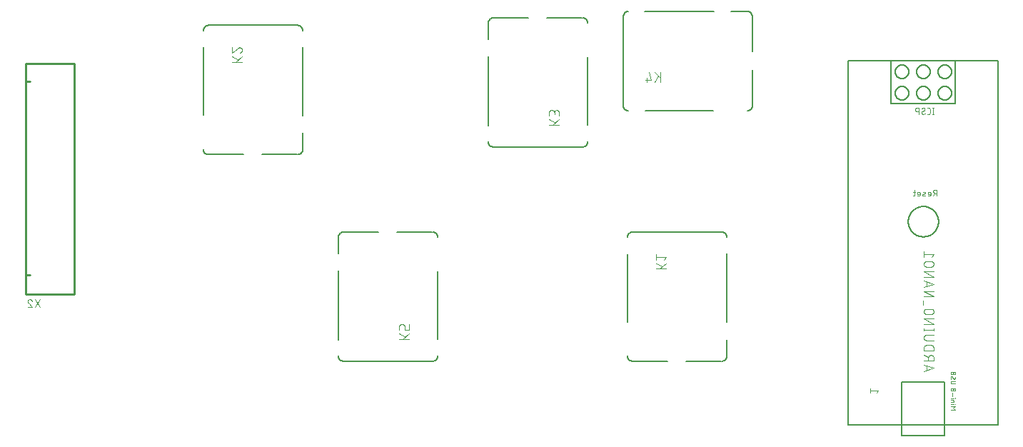
<source format=gbr>
G04 EAGLE Gerber X2 export*
%TF.Part,Single*%
%TF.FileFunction,Legend,Bot,1*%
%TF.FilePolarity,Positive*%
%TF.GenerationSoftware,Autodesk,EAGLE,9.1.2*%
%TF.CreationDate,2019-01-09T08:49:19Z*%
G75*
%MOMM*%
%FSLAX34Y34*%
%LPD*%
%AMOC8*
5,1,8,0,0,1.08239X$1,22.5*%
G01*
%ADD10C,0.203200*%
%ADD11C,0.101600*%
%ADD12C,0.127000*%
%ADD13C,0.076200*%
%ADD14C,0.050800*%
%ADD15C,0.254000*%


D10*
X545410Y274874D02*
X545408Y275028D01*
X545402Y275183D01*
X545392Y275337D01*
X545379Y275491D01*
X545361Y275644D01*
X545340Y275797D01*
X545314Y275949D01*
X545285Y276101D01*
X545252Y276252D01*
X545215Y276402D01*
X545175Y276551D01*
X545130Y276699D01*
X545082Y276846D01*
X545031Y276991D01*
X544975Y277135D01*
X544916Y277278D01*
X544853Y277419D01*
X544787Y277559D01*
X544717Y277696D01*
X544644Y277832D01*
X544567Y277966D01*
X544487Y278099D01*
X544404Y278229D01*
X544317Y278356D01*
X544228Y278482D01*
X544135Y278605D01*
X544038Y278726D01*
X543939Y278845D01*
X543837Y278961D01*
X543732Y279074D01*
X543625Y279185D01*
X543514Y279292D01*
X543401Y279397D01*
X543285Y279499D01*
X543166Y279598D01*
X543045Y279695D01*
X542922Y279788D01*
X542796Y279877D01*
X542669Y279964D01*
X542539Y280047D01*
X542406Y280127D01*
X542272Y280204D01*
X542136Y280277D01*
X541999Y280347D01*
X541859Y280413D01*
X541718Y280476D01*
X541575Y280535D01*
X541431Y280591D01*
X541286Y280642D01*
X541139Y280690D01*
X540991Y280735D01*
X540842Y280775D01*
X540692Y280812D01*
X540541Y280845D01*
X540389Y280874D01*
X540237Y280900D01*
X540084Y280921D01*
X539931Y280939D01*
X539777Y280952D01*
X539623Y280962D01*
X539468Y280968D01*
X539314Y280970D01*
X433506Y280970D02*
X433350Y280968D01*
X433195Y280962D01*
X433040Y280952D01*
X432885Y280938D01*
X432731Y280921D01*
X432577Y280899D01*
X432424Y280873D01*
X432271Y280844D01*
X432119Y280810D01*
X431968Y280773D01*
X431819Y280732D01*
X431670Y280687D01*
X431522Y280638D01*
X431376Y280586D01*
X431231Y280530D01*
X431088Y280470D01*
X430946Y280406D01*
X430806Y280339D01*
X430667Y280269D01*
X430531Y280195D01*
X430396Y280117D01*
X430263Y280036D01*
X430133Y279952D01*
X430004Y279864D01*
X429878Y279773D01*
X429755Y279679D01*
X429633Y279582D01*
X429515Y279482D01*
X429398Y279379D01*
X429285Y279272D01*
X429174Y279163D01*
X429066Y279052D01*
X428961Y278937D01*
X428859Y278820D01*
X428760Y278700D01*
X428664Y278578D01*
X428571Y278453D01*
X428481Y278327D01*
X428395Y278197D01*
X428312Y278066D01*
X428232Y277933D01*
X428156Y277797D01*
X428083Y277660D01*
X428014Y277521D01*
X427948Y277380D01*
X427886Y277237D01*
X427828Y277093D01*
X427773Y276948D01*
X427722Y276801D01*
X427675Y276653D01*
X427631Y276504D01*
X427592Y276354D01*
X427556Y276203D01*
X427524Y276050D01*
X427496Y275898D01*
X427472Y275744D01*
X427451Y275590D01*
X427435Y275435D01*
X427423Y275281D01*
X427414Y275125D01*
X427410Y274970D01*
X427410Y274874D01*
X427410Y134066D02*
X427412Y133912D01*
X427418Y133757D01*
X427428Y133603D01*
X427441Y133449D01*
X427459Y133296D01*
X427480Y133143D01*
X427506Y132991D01*
X427535Y132839D01*
X427568Y132688D01*
X427605Y132538D01*
X427645Y132389D01*
X427690Y132241D01*
X427738Y132094D01*
X427789Y131949D01*
X427845Y131805D01*
X427904Y131662D01*
X427967Y131521D01*
X428033Y131381D01*
X428103Y131244D01*
X428176Y131108D01*
X428253Y130974D01*
X428333Y130841D01*
X428416Y130711D01*
X428503Y130584D01*
X428592Y130458D01*
X428685Y130335D01*
X428782Y130214D01*
X428881Y130095D01*
X428983Y129979D01*
X429088Y129866D01*
X429195Y129755D01*
X429306Y129648D01*
X429419Y129543D01*
X429535Y129441D01*
X429654Y129342D01*
X429775Y129245D01*
X429898Y129152D01*
X430024Y129063D01*
X430151Y128976D01*
X430281Y128893D01*
X430414Y128813D01*
X430548Y128736D01*
X430684Y128663D01*
X430821Y128593D01*
X430961Y128527D01*
X431102Y128464D01*
X431245Y128405D01*
X431389Y128349D01*
X431534Y128298D01*
X431681Y128250D01*
X431829Y128205D01*
X431978Y128165D01*
X432128Y128128D01*
X432279Y128095D01*
X432431Y128066D01*
X432583Y128040D01*
X432736Y128019D01*
X432889Y128001D01*
X433043Y127988D01*
X433197Y127978D01*
X433352Y127972D01*
X433506Y127970D01*
X539314Y127970D01*
X539468Y127972D01*
X539623Y127978D01*
X539777Y127988D01*
X539931Y128001D01*
X540084Y128019D01*
X540237Y128040D01*
X540389Y128066D01*
X540541Y128095D01*
X540692Y128128D01*
X540842Y128165D01*
X540991Y128205D01*
X541139Y128250D01*
X541286Y128298D01*
X541431Y128349D01*
X541575Y128405D01*
X541718Y128464D01*
X541859Y128527D01*
X541999Y128593D01*
X542136Y128663D01*
X542272Y128736D01*
X542406Y128813D01*
X542539Y128893D01*
X542669Y128976D01*
X542796Y129063D01*
X542922Y129152D01*
X543045Y129245D01*
X543166Y129342D01*
X543285Y129441D01*
X543401Y129543D01*
X543514Y129648D01*
X543625Y129755D01*
X543732Y129866D01*
X543837Y129979D01*
X543939Y130095D01*
X544038Y130214D01*
X544135Y130335D01*
X544228Y130458D01*
X544317Y130584D01*
X544404Y130711D01*
X544487Y130841D01*
X544567Y130974D01*
X544644Y131108D01*
X544717Y131244D01*
X544787Y131381D01*
X544853Y131521D01*
X544916Y131662D01*
X544975Y131805D01*
X545031Y131949D01*
X545082Y132094D01*
X545130Y132241D01*
X545175Y132389D01*
X545215Y132538D01*
X545252Y132688D01*
X545285Y132839D01*
X545314Y132991D01*
X545340Y133143D01*
X545361Y133296D01*
X545379Y133449D01*
X545392Y133603D01*
X545402Y133757D01*
X545408Y133912D01*
X545410Y134066D01*
X545410Y154470D02*
X545410Y233970D01*
X545410Y234470D01*
X538910Y280970D02*
X497410Y280970D01*
X475410Y280970D02*
X433910Y280970D01*
X427410Y274970D02*
X427410Y255470D01*
X427410Y234970D02*
X427410Y153470D01*
X545410Y153970D02*
X545410Y233970D01*
D11*
X511302Y154178D02*
X499618Y154178D01*
X504162Y154178D02*
X511302Y160669D01*
X506758Y156774D02*
X499618Y160669D01*
X499618Y165058D02*
X499618Y168952D01*
X499620Y169051D01*
X499626Y169151D01*
X499635Y169250D01*
X499648Y169348D01*
X499665Y169446D01*
X499686Y169544D01*
X499711Y169640D01*
X499739Y169735D01*
X499771Y169829D01*
X499806Y169922D01*
X499845Y170014D01*
X499888Y170104D01*
X499933Y170192D01*
X499983Y170279D01*
X500035Y170363D01*
X500091Y170446D01*
X500149Y170526D01*
X500211Y170604D01*
X500276Y170679D01*
X500344Y170752D01*
X500414Y170822D01*
X500487Y170890D01*
X500562Y170955D01*
X500640Y171017D01*
X500720Y171075D01*
X500803Y171131D01*
X500887Y171183D01*
X500974Y171233D01*
X501062Y171278D01*
X501152Y171321D01*
X501244Y171360D01*
X501337Y171395D01*
X501431Y171427D01*
X501526Y171455D01*
X501622Y171480D01*
X501720Y171501D01*
X501818Y171518D01*
X501916Y171531D01*
X502015Y171540D01*
X502115Y171546D01*
X502214Y171548D01*
X502214Y171549D02*
X503513Y171549D01*
X503513Y171548D02*
X503612Y171546D01*
X503712Y171540D01*
X503811Y171531D01*
X503909Y171518D01*
X504007Y171501D01*
X504105Y171480D01*
X504201Y171455D01*
X504296Y171427D01*
X504390Y171395D01*
X504483Y171360D01*
X504575Y171321D01*
X504665Y171278D01*
X504753Y171233D01*
X504840Y171183D01*
X504924Y171131D01*
X505007Y171075D01*
X505087Y171017D01*
X505165Y170955D01*
X505240Y170890D01*
X505313Y170822D01*
X505383Y170752D01*
X505451Y170679D01*
X505516Y170604D01*
X505578Y170526D01*
X505636Y170446D01*
X505692Y170363D01*
X505744Y170279D01*
X505794Y170192D01*
X505839Y170104D01*
X505882Y170014D01*
X505921Y169922D01*
X505956Y169829D01*
X505988Y169735D01*
X506016Y169640D01*
X506041Y169544D01*
X506062Y169446D01*
X506079Y169348D01*
X506092Y169250D01*
X506101Y169151D01*
X506107Y169051D01*
X506109Y168952D01*
X506109Y165058D01*
X511302Y165058D01*
X511302Y171549D01*
D10*
X770310Y134066D02*
X770312Y133912D01*
X770318Y133757D01*
X770328Y133603D01*
X770341Y133449D01*
X770359Y133296D01*
X770380Y133143D01*
X770406Y132991D01*
X770435Y132839D01*
X770468Y132688D01*
X770505Y132538D01*
X770545Y132389D01*
X770590Y132241D01*
X770638Y132094D01*
X770689Y131949D01*
X770745Y131805D01*
X770804Y131662D01*
X770867Y131521D01*
X770933Y131381D01*
X771003Y131244D01*
X771076Y131108D01*
X771153Y130974D01*
X771233Y130841D01*
X771316Y130711D01*
X771403Y130584D01*
X771492Y130458D01*
X771585Y130335D01*
X771682Y130214D01*
X771781Y130095D01*
X771883Y129979D01*
X771988Y129866D01*
X772095Y129755D01*
X772206Y129648D01*
X772319Y129543D01*
X772435Y129441D01*
X772554Y129342D01*
X772675Y129245D01*
X772798Y129152D01*
X772924Y129063D01*
X773051Y128976D01*
X773181Y128893D01*
X773314Y128813D01*
X773448Y128736D01*
X773584Y128663D01*
X773721Y128593D01*
X773861Y128527D01*
X774002Y128464D01*
X774145Y128405D01*
X774289Y128349D01*
X774434Y128298D01*
X774581Y128250D01*
X774729Y128205D01*
X774878Y128165D01*
X775028Y128128D01*
X775179Y128095D01*
X775331Y128066D01*
X775483Y128040D01*
X775636Y128019D01*
X775789Y128001D01*
X775943Y127988D01*
X776097Y127978D01*
X776252Y127972D01*
X776406Y127970D01*
X882214Y127970D02*
X882370Y127972D01*
X882525Y127978D01*
X882680Y127988D01*
X882835Y128002D01*
X882989Y128019D01*
X883143Y128041D01*
X883296Y128067D01*
X883449Y128096D01*
X883601Y128130D01*
X883752Y128167D01*
X883901Y128208D01*
X884050Y128253D01*
X884198Y128302D01*
X884344Y128354D01*
X884489Y128410D01*
X884632Y128470D01*
X884774Y128534D01*
X884914Y128601D01*
X885053Y128671D01*
X885189Y128745D01*
X885324Y128823D01*
X885457Y128904D01*
X885587Y128988D01*
X885716Y129076D01*
X885842Y129167D01*
X885965Y129261D01*
X886087Y129358D01*
X886205Y129458D01*
X886322Y129561D01*
X886435Y129668D01*
X886546Y129777D01*
X886654Y129888D01*
X886759Y130003D01*
X886861Y130120D01*
X886960Y130240D01*
X887056Y130362D01*
X887149Y130487D01*
X887239Y130613D01*
X887325Y130743D01*
X887408Y130874D01*
X887488Y131007D01*
X887564Y131143D01*
X887637Y131280D01*
X887706Y131419D01*
X887772Y131560D01*
X887834Y131703D01*
X887892Y131847D01*
X887947Y131992D01*
X887998Y132139D01*
X888045Y132287D01*
X888089Y132436D01*
X888128Y132586D01*
X888164Y132737D01*
X888196Y132890D01*
X888224Y133042D01*
X888248Y133196D01*
X888269Y133350D01*
X888285Y133505D01*
X888297Y133659D01*
X888306Y133815D01*
X888310Y133970D01*
X888310Y134066D01*
X888310Y274874D02*
X888308Y275028D01*
X888302Y275183D01*
X888292Y275337D01*
X888279Y275491D01*
X888261Y275644D01*
X888240Y275797D01*
X888214Y275949D01*
X888185Y276101D01*
X888152Y276252D01*
X888115Y276402D01*
X888075Y276551D01*
X888030Y276699D01*
X887982Y276846D01*
X887931Y276991D01*
X887875Y277135D01*
X887816Y277278D01*
X887753Y277419D01*
X887687Y277559D01*
X887617Y277696D01*
X887544Y277832D01*
X887467Y277966D01*
X887387Y278099D01*
X887304Y278229D01*
X887217Y278356D01*
X887128Y278482D01*
X887035Y278605D01*
X886938Y278726D01*
X886839Y278845D01*
X886737Y278961D01*
X886632Y279074D01*
X886525Y279185D01*
X886414Y279292D01*
X886301Y279397D01*
X886185Y279499D01*
X886066Y279598D01*
X885945Y279695D01*
X885822Y279788D01*
X885696Y279877D01*
X885569Y279964D01*
X885439Y280047D01*
X885306Y280127D01*
X885172Y280204D01*
X885036Y280277D01*
X884899Y280347D01*
X884759Y280413D01*
X884618Y280476D01*
X884475Y280535D01*
X884331Y280591D01*
X884186Y280642D01*
X884039Y280690D01*
X883891Y280735D01*
X883742Y280775D01*
X883592Y280812D01*
X883441Y280845D01*
X883289Y280874D01*
X883137Y280900D01*
X882984Y280921D01*
X882831Y280939D01*
X882677Y280952D01*
X882523Y280962D01*
X882368Y280968D01*
X882214Y280970D01*
X776406Y280970D01*
X776252Y280968D01*
X776097Y280962D01*
X775943Y280952D01*
X775789Y280939D01*
X775636Y280921D01*
X775483Y280900D01*
X775331Y280874D01*
X775179Y280845D01*
X775028Y280812D01*
X774878Y280775D01*
X774729Y280735D01*
X774581Y280690D01*
X774434Y280642D01*
X774289Y280591D01*
X774145Y280535D01*
X774002Y280476D01*
X773861Y280413D01*
X773721Y280347D01*
X773584Y280277D01*
X773448Y280204D01*
X773314Y280127D01*
X773181Y280047D01*
X773051Y279964D01*
X772924Y279877D01*
X772798Y279788D01*
X772675Y279695D01*
X772554Y279598D01*
X772435Y279499D01*
X772319Y279397D01*
X772206Y279292D01*
X772095Y279185D01*
X771988Y279074D01*
X771883Y278961D01*
X771781Y278845D01*
X771682Y278726D01*
X771585Y278605D01*
X771492Y278482D01*
X771403Y278356D01*
X771316Y278229D01*
X771233Y278099D01*
X771153Y277966D01*
X771076Y277832D01*
X771003Y277696D01*
X770933Y277559D01*
X770867Y277419D01*
X770804Y277278D01*
X770745Y277135D01*
X770689Y276991D01*
X770638Y276846D01*
X770590Y276699D01*
X770545Y276551D01*
X770505Y276402D01*
X770468Y276252D01*
X770435Y276101D01*
X770406Y275949D01*
X770380Y275797D01*
X770359Y275644D01*
X770341Y275491D01*
X770328Y275337D01*
X770318Y275183D01*
X770312Y275028D01*
X770310Y274874D01*
X770310Y254470D02*
X770310Y174970D01*
X770310Y174470D01*
X776810Y127970D02*
X818310Y127970D01*
X840310Y127970D02*
X881810Y127970D01*
X888310Y133970D02*
X888310Y153470D01*
X888310Y173970D02*
X888310Y255470D01*
X770310Y254970D02*
X770310Y174970D01*
D11*
X804418Y237391D02*
X816102Y237391D01*
X816102Y243882D02*
X808962Y237391D01*
X811558Y239988D02*
X804418Y243882D01*
X813506Y248271D02*
X816102Y251516D01*
X804418Y251516D01*
X804418Y248271D02*
X804418Y254762D01*
D10*
X273486Y373080D02*
X273332Y373082D01*
X273177Y373088D01*
X273023Y373098D01*
X272869Y373111D01*
X272716Y373129D01*
X272563Y373150D01*
X272411Y373176D01*
X272259Y373205D01*
X272108Y373238D01*
X271958Y373275D01*
X271809Y373315D01*
X271661Y373360D01*
X271514Y373408D01*
X271369Y373459D01*
X271225Y373515D01*
X271082Y373574D01*
X270941Y373637D01*
X270801Y373703D01*
X270664Y373773D01*
X270528Y373846D01*
X270394Y373923D01*
X270261Y374003D01*
X270131Y374086D01*
X270004Y374173D01*
X269878Y374262D01*
X269755Y374355D01*
X269634Y374452D01*
X269515Y374551D01*
X269399Y374653D01*
X269286Y374758D01*
X269175Y374865D01*
X269068Y374976D01*
X268963Y375089D01*
X268861Y375205D01*
X268762Y375324D01*
X268665Y375445D01*
X268572Y375568D01*
X268483Y375694D01*
X268396Y375821D01*
X268313Y375951D01*
X268233Y376084D01*
X268156Y376218D01*
X268083Y376354D01*
X268013Y376491D01*
X267947Y376631D01*
X267884Y376772D01*
X267825Y376915D01*
X267769Y377059D01*
X267718Y377204D01*
X267670Y377351D01*
X267625Y377499D01*
X267585Y377648D01*
X267548Y377798D01*
X267515Y377949D01*
X267486Y378101D01*
X267460Y378253D01*
X267439Y378406D01*
X267421Y378559D01*
X267408Y378713D01*
X267398Y378867D01*
X267392Y379022D01*
X267390Y379176D01*
X379294Y373080D02*
X379450Y373082D01*
X379605Y373088D01*
X379760Y373098D01*
X379915Y373112D01*
X380069Y373129D01*
X380223Y373151D01*
X380376Y373177D01*
X380529Y373206D01*
X380681Y373240D01*
X380832Y373277D01*
X380981Y373318D01*
X381130Y373363D01*
X381278Y373412D01*
X381424Y373464D01*
X381569Y373520D01*
X381712Y373580D01*
X381854Y373644D01*
X381994Y373711D01*
X382133Y373781D01*
X382269Y373855D01*
X382404Y373933D01*
X382537Y374014D01*
X382667Y374098D01*
X382796Y374186D01*
X382922Y374277D01*
X383045Y374371D01*
X383167Y374468D01*
X383285Y374568D01*
X383402Y374671D01*
X383515Y374778D01*
X383626Y374887D01*
X383734Y374998D01*
X383839Y375113D01*
X383941Y375230D01*
X384040Y375350D01*
X384136Y375472D01*
X384229Y375597D01*
X384319Y375723D01*
X384405Y375853D01*
X384488Y375984D01*
X384568Y376117D01*
X384644Y376253D01*
X384717Y376390D01*
X384786Y376529D01*
X384852Y376670D01*
X384914Y376813D01*
X384972Y376957D01*
X385027Y377102D01*
X385078Y377249D01*
X385125Y377397D01*
X385169Y377546D01*
X385208Y377696D01*
X385244Y377847D01*
X385276Y378000D01*
X385304Y378152D01*
X385328Y378306D01*
X385349Y378460D01*
X385365Y378615D01*
X385377Y378769D01*
X385386Y378925D01*
X385390Y379080D01*
X385390Y379176D01*
X385390Y519984D02*
X385388Y520138D01*
X385382Y520293D01*
X385372Y520447D01*
X385359Y520601D01*
X385341Y520754D01*
X385320Y520907D01*
X385294Y521059D01*
X385265Y521211D01*
X385232Y521362D01*
X385195Y521512D01*
X385155Y521661D01*
X385110Y521809D01*
X385062Y521956D01*
X385011Y522101D01*
X384955Y522245D01*
X384896Y522388D01*
X384833Y522529D01*
X384767Y522669D01*
X384697Y522806D01*
X384624Y522942D01*
X384547Y523076D01*
X384467Y523209D01*
X384384Y523339D01*
X384297Y523466D01*
X384208Y523592D01*
X384115Y523715D01*
X384018Y523836D01*
X383919Y523955D01*
X383817Y524071D01*
X383712Y524184D01*
X383605Y524295D01*
X383494Y524402D01*
X383381Y524507D01*
X383265Y524609D01*
X383146Y524708D01*
X383025Y524805D01*
X382902Y524898D01*
X382776Y524987D01*
X382649Y525074D01*
X382519Y525157D01*
X382386Y525237D01*
X382252Y525314D01*
X382116Y525387D01*
X381979Y525457D01*
X381839Y525523D01*
X381698Y525586D01*
X381555Y525645D01*
X381411Y525701D01*
X381266Y525752D01*
X381119Y525800D01*
X380971Y525845D01*
X380822Y525885D01*
X380672Y525922D01*
X380521Y525955D01*
X380369Y525984D01*
X380217Y526010D01*
X380064Y526031D01*
X379911Y526049D01*
X379757Y526062D01*
X379603Y526072D01*
X379448Y526078D01*
X379294Y526080D01*
X273486Y526080D01*
X273332Y526078D01*
X273177Y526072D01*
X273023Y526062D01*
X272869Y526049D01*
X272716Y526031D01*
X272563Y526010D01*
X272411Y525984D01*
X272259Y525955D01*
X272108Y525922D01*
X271958Y525885D01*
X271809Y525845D01*
X271661Y525800D01*
X271514Y525752D01*
X271369Y525701D01*
X271225Y525645D01*
X271082Y525586D01*
X270941Y525523D01*
X270801Y525457D01*
X270664Y525387D01*
X270528Y525314D01*
X270394Y525237D01*
X270261Y525157D01*
X270131Y525074D01*
X270004Y524987D01*
X269878Y524898D01*
X269755Y524805D01*
X269634Y524708D01*
X269515Y524609D01*
X269399Y524507D01*
X269286Y524402D01*
X269175Y524295D01*
X269068Y524184D01*
X268963Y524071D01*
X268861Y523955D01*
X268762Y523836D01*
X268665Y523715D01*
X268572Y523592D01*
X268483Y523466D01*
X268396Y523339D01*
X268313Y523209D01*
X268233Y523076D01*
X268156Y522942D01*
X268083Y522806D01*
X268013Y522669D01*
X267947Y522529D01*
X267884Y522388D01*
X267825Y522245D01*
X267769Y522101D01*
X267718Y521956D01*
X267670Y521809D01*
X267625Y521661D01*
X267585Y521512D01*
X267548Y521362D01*
X267515Y521211D01*
X267486Y521059D01*
X267460Y520907D01*
X267439Y520754D01*
X267421Y520601D01*
X267408Y520447D01*
X267398Y520293D01*
X267392Y520138D01*
X267390Y519984D01*
X267390Y499580D02*
X267390Y420080D01*
X267390Y419580D01*
X273890Y373080D02*
X315390Y373080D01*
X337390Y373080D02*
X378890Y373080D01*
X385390Y379080D02*
X385390Y398580D01*
X385390Y419080D02*
X385390Y500580D01*
X267390Y500080D02*
X267390Y420080D01*
D11*
X301498Y482501D02*
X313182Y482501D01*
X313182Y488992D02*
X306042Y482501D01*
X308638Y485098D02*
X301498Y488992D01*
X310261Y499872D02*
X310368Y499870D01*
X310474Y499864D01*
X310580Y499854D01*
X310686Y499841D01*
X310792Y499823D01*
X310896Y499802D01*
X311000Y499777D01*
X311103Y499748D01*
X311204Y499716D01*
X311304Y499679D01*
X311403Y499639D01*
X311501Y499596D01*
X311597Y499549D01*
X311691Y499498D01*
X311783Y499444D01*
X311873Y499387D01*
X311961Y499327D01*
X312046Y499263D01*
X312129Y499196D01*
X312210Y499126D01*
X312288Y499054D01*
X312364Y498978D01*
X312436Y498900D01*
X312506Y498819D01*
X312573Y498736D01*
X312637Y498651D01*
X312697Y498563D01*
X312754Y498473D01*
X312808Y498381D01*
X312859Y498287D01*
X312906Y498191D01*
X312949Y498093D01*
X312989Y497994D01*
X313026Y497894D01*
X313058Y497793D01*
X313087Y497690D01*
X313112Y497586D01*
X313133Y497482D01*
X313151Y497376D01*
X313164Y497270D01*
X313174Y497164D01*
X313180Y497058D01*
X313182Y496951D01*
X313180Y496830D01*
X313174Y496709D01*
X313164Y496589D01*
X313151Y496468D01*
X313133Y496349D01*
X313112Y496229D01*
X313087Y496111D01*
X313058Y495994D01*
X313025Y495877D01*
X312989Y495762D01*
X312948Y495648D01*
X312905Y495535D01*
X312857Y495423D01*
X312806Y495314D01*
X312751Y495206D01*
X312693Y495099D01*
X312632Y494995D01*
X312567Y494893D01*
X312499Y494793D01*
X312428Y494695D01*
X312354Y494599D01*
X312277Y494506D01*
X312196Y494416D01*
X312113Y494328D01*
X312027Y494243D01*
X311938Y494160D01*
X311847Y494081D01*
X311753Y494004D01*
X311657Y493931D01*
X311559Y493861D01*
X311458Y493794D01*
X311355Y493730D01*
X311250Y493670D01*
X311143Y493613D01*
X311035Y493559D01*
X310925Y493509D01*
X310813Y493463D01*
X310700Y493420D01*
X310585Y493381D01*
X307989Y498899D02*
X308066Y498978D01*
X308147Y499054D01*
X308230Y499127D01*
X308315Y499197D01*
X308403Y499264D01*
X308493Y499328D01*
X308585Y499388D01*
X308680Y499445D01*
X308776Y499499D01*
X308874Y499550D01*
X308974Y499597D01*
X309076Y499641D01*
X309179Y499681D01*
X309283Y499717D01*
X309389Y499749D01*
X309495Y499778D01*
X309603Y499803D01*
X309711Y499825D01*
X309821Y499842D01*
X309930Y499856D01*
X310040Y499865D01*
X310151Y499871D01*
X310261Y499873D01*
X307989Y498898D02*
X301498Y493381D01*
X301498Y499872D01*
D10*
X717114Y534970D02*
X717268Y534968D01*
X717423Y534962D01*
X717577Y534952D01*
X717731Y534939D01*
X717884Y534921D01*
X718037Y534900D01*
X718189Y534874D01*
X718341Y534845D01*
X718492Y534812D01*
X718642Y534775D01*
X718791Y534735D01*
X718939Y534690D01*
X719086Y534642D01*
X719231Y534591D01*
X719375Y534535D01*
X719518Y534476D01*
X719659Y534413D01*
X719799Y534347D01*
X719936Y534277D01*
X720072Y534204D01*
X720206Y534127D01*
X720339Y534047D01*
X720469Y533964D01*
X720596Y533877D01*
X720722Y533788D01*
X720845Y533695D01*
X720966Y533598D01*
X721085Y533499D01*
X721201Y533397D01*
X721314Y533292D01*
X721425Y533185D01*
X721532Y533074D01*
X721637Y532961D01*
X721739Y532845D01*
X721838Y532726D01*
X721935Y532605D01*
X722028Y532482D01*
X722117Y532356D01*
X722204Y532229D01*
X722287Y532099D01*
X722367Y531966D01*
X722444Y531832D01*
X722517Y531696D01*
X722587Y531559D01*
X722653Y531419D01*
X722716Y531278D01*
X722775Y531135D01*
X722831Y530991D01*
X722882Y530846D01*
X722930Y530699D01*
X722975Y530551D01*
X723015Y530402D01*
X723052Y530252D01*
X723085Y530101D01*
X723114Y529949D01*
X723140Y529797D01*
X723161Y529644D01*
X723179Y529491D01*
X723192Y529337D01*
X723202Y529183D01*
X723208Y529028D01*
X723210Y528874D01*
X611306Y534970D02*
X611150Y534968D01*
X610995Y534962D01*
X610840Y534952D01*
X610685Y534938D01*
X610531Y534921D01*
X610377Y534899D01*
X610224Y534873D01*
X610071Y534844D01*
X609919Y534810D01*
X609768Y534773D01*
X609619Y534732D01*
X609470Y534687D01*
X609322Y534638D01*
X609176Y534586D01*
X609031Y534530D01*
X608888Y534470D01*
X608746Y534406D01*
X608606Y534339D01*
X608467Y534269D01*
X608331Y534195D01*
X608196Y534117D01*
X608063Y534036D01*
X607933Y533952D01*
X607804Y533864D01*
X607678Y533773D01*
X607555Y533679D01*
X607433Y533582D01*
X607315Y533482D01*
X607198Y533379D01*
X607085Y533272D01*
X606974Y533163D01*
X606866Y533052D01*
X606761Y532937D01*
X606659Y532820D01*
X606560Y532700D01*
X606464Y532578D01*
X606371Y532453D01*
X606281Y532327D01*
X606195Y532197D01*
X606112Y532066D01*
X606032Y531933D01*
X605956Y531797D01*
X605883Y531660D01*
X605814Y531521D01*
X605748Y531380D01*
X605686Y531237D01*
X605628Y531093D01*
X605573Y530948D01*
X605522Y530801D01*
X605475Y530653D01*
X605431Y530504D01*
X605392Y530354D01*
X605356Y530203D01*
X605324Y530050D01*
X605296Y529898D01*
X605272Y529744D01*
X605251Y529590D01*
X605235Y529435D01*
X605223Y529281D01*
X605214Y529125D01*
X605210Y528970D01*
X605210Y528874D01*
X605210Y388066D02*
X605212Y387912D01*
X605218Y387757D01*
X605228Y387603D01*
X605241Y387449D01*
X605259Y387296D01*
X605280Y387143D01*
X605306Y386991D01*
X605335Y386839D01*
X605368Y386688D01*
X605405Y386538D01*
X605445Y386389D01*
X605490Y386241D01*
X605538Y386094D01*
X605589Y385949D01*
X605645Y385805D01*
X605704Y385662D01*
X605767Y385521D01*
X605833Y385381D01*
X605903Y385244D01*
X605976Y385108D01*
X606053Y384974D01*
X606133Y384841D01*
X606216Y384711D01*
X606303Y384584D01*
X606392Y384458D01*
X606485Y384335D01*
X606582Y384214D01*
X606681Y384095D01*
X606783Y383979D01*
X606888Y383866D01*
X606995Y383755D01*
X607106Y383648D01*
X607219Y383543D01*
X607335Y383441D01*
X607454Y383342D01*
X607575Y383245D01*
X607698Y383152D01*
X607824Y383063D01*
X607951Y382976D01*
X608081Y382893D01*
X608214Y382813D01*
X608348Y382736D01*
X608484Y382663D01*
X608621Y382593D01*
X608761Y382527D01*
X608902Y382464D01*
X609045Y382405D01*
X609189Y382349D01*
X609334Y382298D01*
X609481Y382250D01*
X609629Y382205D01*
X609778Y382165D01*
X609928Y382128D01*
X610079Y382095D01*
X610231Y382066D01*
X610383Y382040D01*
X610536Y382019D01*
X610689Y382001D01*
X610843Y381988D01*
X610997Y381978D01*
X611152Y381972D01*
X611306Y381970D01*
X717114Y381970D01*
X717268Y381972D01*
X717423Y381978D01*
X717577Y381988D01*
X717731Y382001D01*
X717884Y382019D01*
X718037Y382040D01*
X718189Y382066D01*
X718341Y382095D01*
X718492Y382128D01*
X718642Y382165D01*
X718791Y382205D01*
X718939Y382250D01*
X719086Y382298D01*
X719231Y382349D01*
X719375Y382405D01*
X719518Y382464D01*
X719659Y382527D01*
X719799Y382593D01*
X719936Y382663D01*
X720072Y382736D01*
X720206Y382813D01*
X720339Y382893D01*
X720469Y382976D01*
X720596Y383063D01*
X720722Y383152D01*
X720845Y383245D01*
X720966Y383342D01*
X721085Y383441D01*
X721201Y383543D01*
X721314Y383648D01*
X721425Y383755D01*
X721532Y383866D01*
X721637Y383979D01*
X721739Y384095D01*
X721838Y384214D01*
X721935Y384335D01*
X722028Y384458D01*
X722117Y384584D01*
X722204Y384711D01*
X722287Y384841D01*
X722367Y384974D01*
X722444Y385108D01*
X722517Y385244D01*
X722587Y385381D01*
X722653Y385521D01*
X722716Y385662D01*
X722775Y385805D01*
X722831Y385949D01*
X722882Y386094D01*
X722930Y386241D01*
X722975Y386389D01*
X723015Y386538D01*
X723052Y386688D01*
X723085Y386839D01*
X723114Y386991D01*
X723140Y387143D01*
X723161Y387296D01*
X723179Y387449D01*
X723192Y387603D01*
X723202Y387757D01*
X723208Y387912D01*
X723210Y388066D01*
X723210Y408470D02*
X723210Y487970D01*
X723210Y488470D01*
X716710Y534970D02*
X675210Y534970D01*
X653210Y534970D02*
X611710Y534970D01*
X605210Y528970D02*
X605210Y509470D01*
X605210Y488970D02*
X605210Y407470D01*
X723210Y407970D02*
X723210Y487970D01*
D11*
X689102Y408178D02*
X677418Y408178D01*
X681962Y408178D02*
X689102Y414669D01*
X684558Y410774D02*
X677418Y414669D01*
X677418Y419058D02*
X677418Y422303D01*
X677420Y422416D01*
X677426Y422529D01*
X677436Y422642D01*
X677450Y422755D01*
X677467Y422867D01*
X677489Y422978D01*
X677514Y423088D01*
X677544Y423198D01*
X677577Y423306D01*
X677614Y423413D01*
X677654Y423519D01*
X677699Y423623D01*
X677747Y423726D01*
X677798Y423827D01*
X677853Y423926D01*
X677911Y424023D01*
X677973Y424118D01*
X678038Y424211D01*
X678106Y424301D01*
X678177Y424389D01*
X678252Y424475D01*
X678329Y424558D01*
X678409Y424638D01*
X678492Y424715D01*
X678578Y424790D01*
X678666Y424861D01*
X678756Y424929D01*
X678849Y424994D01*
X678944Y425056D01*
X679041Y425114D01*
X679140Y425169D01*
X679241Y425220D01*
X679344Y425268D01*
X679448Y425313D01*
X679554Y425353D01*
X679661Y425390D01*
X679769Y425423D01*
X679879Y425453D01*
X679989Y425478D01*
X680100Y425500D01*
X680212Y425517D01*
X680325Y425531D01*
X680438Y425541D01*
X680551Y425547D01*
X680664Y425549D01*
X680777Y425547D01*
X680890Y425541D01*
X681003Y425531D01*
X681116Y425517D01*
X681228Y425500D01*
X681339Y425478D01*
X681449Y425453D01*
X681559Y425423D01*
X681667Y425390D01*
X681774Y425353D01*
X681880Y425313D01*
X681984Y425268D01*
X682087Y425220D01*
X682188Y425169D01*
X682287Y425114D01*
X682384Y425056D01*
X682479Y424994D01*
X682572Y424929D01*
X682662Y424861D01*
X682750Y424790D01*
X682836Y424715D01*
X682919Y424638D01*
X682999Y424558D01*
X683076Y424475D01*
X683151Y424389D01*
X683222Y424301D01*
X683290Y424211D01*
X683355Y424118D01*
X683417Y424023D01*
X683475Y423926D01*
X683530Y423827D01*
X683581Y423726D01*
X683629Y423623D01*
X683674Y423519D01*
X683714Y423413D01*
X683751Y423306D01*
X683784Y423198D01*
X683814Y423088D01*
X683839Y422978D01*
X683861Y422867D01*
X683878Y422755D01*
X683892Y422642D01*
X683902Y422529D01*
X683908Y422416D01*
X683910Y422303D01*
X689102Y422952D02*
X689102Y419058D01*
X689102Y422952D02*
X689100Y423053D01*
X689094Y423153D01*
X689084Y423253D01*
X689071Y423353D01*
X689053Y423452D01*
X689032Y423551D01*
X689007Y423648D01*
X688978Y423745D01*
X688945Y423840D01*
X688909Y423934D01*
X688869Y424026D01*
X688826Y424117D01*
X688779Y424206D01*
X688729Y424293D01*
X688675Y424379D01*
X688618Y424462D01*
X688558Y424542D01*
X688495Y424621D01*
X688428Y424697D01*
X688359Y424770D01*
X688287Y424840D01*
X688213Y424908D01*
X688136Y424973D01*
X688056Y425034D01*
X687974Y425093D01*
X687890Y425148D01*
X687804Y425200D01*
X687716Y425249D01*
X687626Y425294D01*
X687534Y425336D01*
X687441Y425374D01*
X687346Y425408D01*
X687251Y425439D01*
X687154Y425466D01*
X687056Y425489D01*
X686957Y425509D01*
X686857Y425524D01*
X686757Y425536D01*
X686657Y425544D01*
X686556Y425548D01*
X686456Y425548D01*
X686355Y425544D01*
X686255Y425536D01*
X686155Y425524D01*
X686055Y425509D01*
X685956Y425489D01*
X685858Y425466D01*
X685761Y425439D01*
X685666Y425408D01*
X685571Y425374D01*
X685478Y425336D01*
X685386Y425294D01*
X685296Y425249D01*
X685208Y425200D01*
X685122Y425148D01*
X685038Y425093D01*
X684956Y425034D01*
X684876Y424973D01*
X684799Y424908D01*
X684725Y424840D01*
X684653Y424770D01*
X684584Y424697D01*
X684517Y424621D01*
X684454Y424542D01*
X684394Y424462D01*
X684337Y424379D01*
X684283Y424293D01*
X684233Y424206D01*
X684186Y424117D01*
X684143Y424026D01*
X684103Y423934D01*
X684067Y423840D01*
X684034Y423745D01*
X684005Y423648D01*
X683980Y423551D01*
X683959Y423452D01*
X683941Y423353D01*
X683928Y423253D01*
X683918Y423153D01*
X683912Y423053D01*
X683910Y422952D01*
X683909Y422952D02*
X683909Y420356D01*
D10*
X912414Y424870D02*
X912568Y424872D01*
X912723Y424878D01*
X912877Y424888D01*
X913031Y424901D01*
X913184Y424919D01*
X913337Y424940D01*
X913489Y424966D01*
X913641Y424995D01*
X913792Y425028D01*
X913942Y425065D01*
X914091Y425105D01*
X914239Y425150D01*
X914386Y425198D01*
X914531Y425249D01*
X914675Y425305D01*
X914818Y425364D01*
X914959Y425427D01*
X915099Y425493D01*
X915236Y425563D01*
X915372Y425636D01*
X915506Y425713D01*
X915639Y425793D01*
X915769Y425876D01*
X915896Y425963D01*
X916022Y426052D01*
X916145Y426145D01*
X916266Y426242D01*
X916385Y426341D01*
X916501Y426443D01*
X916614Y426548D01*
X916725Y426655D01*
X916832Y426766D01*
X916937Y426879D01*
X917039Y426995D01*
X917138Y427114D01*
X917235Y427235D01*
X917328Y427358D01*
X917417Y427484D01*
X917504Y427611D01*
X917587Y427741D01*
X917667Y427874D01*
X917744Y428008D01*
X917817Y428144D01*
X917887Y428281D01*
X917953Y428421D01*
X918016Y428562D01*
X918075Y428705D01*
X918131Y428849D01*
X918182Y428994D01*
X918230Y429141D01*
X918275Y429289D01*
X918315Y429438D01*
X918352Y429588D01*
X918385Y429739D01*
X918414Y429891D01*
X918440Y430043D01*
X918461Y430196D01*
X918479Y430349D01*
X918492Y430503D01*
X918502Y430657D01*
X918508Y430812D01*
X918510Y430966D01*
X918510Y536774D02*
X918508Y536930D01*
X918502Y537085D01*
X918492Y537240D01*
X918478Y537395D01*
X918461Y537549D01*
X918439Y537703D01*
X918413Y537856D01*
X918384Y538009D01*
X918350Y538161D01*
X918313Y538312D01*
X918272Y538461D01*
X918227Y538610D01*
X918178Y538758D01*
X918126Y538904D01*
X918070Y539049D01*
X918010Y539192D01*
X917946Y539334D01*
X917879Y539474D01*
X917809Y539613D01*
X917735Y539749D01*
X917657Y539884D01*
X917576Y540017D01*
X917492Y540147D01*
X917404Y540276D01*
X917313Y540402D01*
X917219Y540525D01*
X917122Y540647D01*
X917022Y540765D01*
X916919Y540882D01*
X916812Y540995D01*
X916703Y541106D01*
X916592Y541214D01*
X916477Y541319D01*
X916360Y541421D01*
X916240Y541520D01*
X916118Y541616D01*
X915993Y541709D01*
X915867Y541799D01*
X915737Y541885D01*
X915606Y541968D01*
X915473Y542048D01*
X915337Y542124D01*
X915200Y542197D01*
X915061Y542266D01*
X914920Y542332D01*
X914777Y542394D01*
X914633Y542452D01*
X914488Y542507D01*
X914341Y542558D01*
X914193Y542605D01*
X914044Y542649D01*
X913894Y542688D01*
X913743Y542724D01*
X913590Y542756D01*
X913438Y542784D01*
X913284Y542808D01*
X913130Y542829D01*
X912975Y542845D01*
X912821Y542857D01*
X912665Y542866D01*
X912510Y542870D01*
X912414Y542870D01*
X771606Y542870D02*
X771452Y542868D01*
X771297Y542862D01*
X771143Y542852D01*
X770989Y542839D01*
X770836Y542821D01*
X770683Y542800D01*
X770531Y542774D01*
X770379Y542745D01*
X770228Y542712D01*
X770078Y542675D01*
X769929Y542635D01*
X769781Y542590D01*
X769634Y542542D01*
X769489Y542491D01*
X769345Y542435D01*
X769202Y542376D01*
X769061Y542313D01*
X768921Y542247D01*
X768784Y542177D01*
X768648Y542104D01*
X768514Y542027D01*
X768381Y541947D01*
X768251Y541864D01*
X768124Y541777D01*
X767998Y541688D01*
X767875Y541595D01*
X767754Y541498D01*
X767635Y541399D01*
X767519Y541297D01*
X767406Y541192D01*
X767295Y541085D01*
X767188Y540974D01*
X767083Y540861D01*
X766981Y540745D01*
X766882Y540626D01*
X766785Y540505D01*
X766692Y540382D01*
X766603Y540256D01*
X766516Y540129D01*
X766433Y539999D01*
X766353Y539866D01*
X766276Y539732D01*
X766203Y539596D01*
X766133Y539459D01*
X766067Y539319D01*
X766004Y539178D01*
X765945Y539035D01*
X765889Y538891D01*
X765838Y538746D01*
X765790Y538599D01*
X765745Y538451D01*
X765705Y538302D01*
X765668Y538152D01*
X765635Y538001D01*
X765606Y537849D01*
X765580Y537697D01*
X765559Y537544D01*
X765541Y537391D01*
X765528Y537237D01*
X765518Y537083D01*
X765512Y536928D01*
X765510Y536774D01*
X765510Y430966D01*
X765512Y430812D01*
X765518Y430657D01*
X765528Y430503D01*
X765541Y430349D01*
X765559Y430196D01*
X765580Y430043D01*
X765606Y429891D01*
X765635Y429739D01*
X765668Y429588D01*
X765705Y429438D01*
X765745Y429289D01*
X765790Y429141D01*
X765838Y428994D01*
X765889Y428849D01*
X765945Y428705D01*
X766004Y428562D01*
X766067Y428421D01*
X766133Y428281D01*
X766203Y428144D01*
X766276Y428008D01*
X766353Y427874D01*
X766433Y427741D01*
X766516Y427611D01*
X766603Y427484D01*
X766692Y427358D01*
X766785Y427235D01*
X766882Y427114D01*
X766981Y426995D01*
X767083Y426879D01*
X767188Y426766D01*
X767295Y426655D01*
X767406Y426548D01*
X767519Y426443D01*
X767635Y426341D01*
X767754Y426242D01*
X767875Y426145D01*
X767998Y426052D01*
X768124Y425963D01*
X768251Y425876D01*
X768381Y425793D01*
X768514Y425713D01*
X768648Y425636D01*
X768784Y425563D01*
X768921Y425493D01*
X769061Y425427D01*
X769202Y425364D01*
X769345Y425305D01*
X769489Y425249D01*
X769634Y425198D01*
X769781Y425150D01*
X769929Y425105D01*
X770078Y425065D01*
X770228Y425028D01*
X770379Y424995D01*
X770531Y424966D01*
X770683Y424940D01*
X770836Y424919D01*
X770989Y424901D01*
X771143Y424888D01*
X771297Y424878D01*
X771452Y424872D01*
X771606Y424870D01*
X792010Y424870D02*
X871510Y424870D01*
X872010Y424870D01*
X918510Y431370D02*
X918510Y472870D01*
X918510Y494870D02*
X918510Y536370D01*
X912510Y542870D02*
X893010Y542870D01*
X872510Y542870D02*
X791010Y542870D01*
X791510Y424870D02*
X871510Y424870D01*
D11*
X809089Y458978D02*
X809089Y470662D01*
X802598Y470662D02*
X809089Y463522D01*
X806492Y466118D02*
X802598Y458978D01*
X798209Y461574D02*
X795613Y470662D01*
X798209Y461574D02*
X791718Y461574D01*
X793665Y464171D02*
X793665Y458978D01*
D12*
X1210310Y483870D02*
X1210310Y52070D01*
X1210310Y483870D02*
X1159510Y483870D01*
X1083310Y483870D01*
X1032510Y483870D01*
X1032510Y52070D01*
X1146810Y52070D01*
X1210310Y52070D01*
X1146810Y52070D02*
X1146810Y39370D01*
X1096010Y39370D01*
X1096010Y102870D02*
X1146810Y102870D01*
X1146810Y52070D01*
X1096010Y39370D02*
X1096010Y102870D01*
D11*
X1121918Y116078D02*
X1133602Y119973D01*
X1121918Y123867D01*
X1124839Y122894D02*
X1124839Y117052D01*
X1121918Y128612D02*
X1133602Y128612D01*
X1133602Y131857D01*
X1133600Y131970D01*
X1133594Y132083D01*
X1133584Y132196D01*
X1133570Y132309D01*
X1133553Y132421D01*
X1133531Y132532D01*
X1133506Y132642D01*
X1133476Y132752D01*
X1133443Y132860D01*
X1133406Y132967D01*
X1133366Y133073D01*
X1133321Y133177D01*
X1133273Y133280D01*
X1133222Y133381D01*
X1133167Y133480D01*
X1133109Y133577D01*
X1133047Y133672D01*
X1132982Y133765D01*
X1132914Y133855D01*
X1132843Y133943D01*
X1132768Y134029D01*
X1132691Y134112D01*
X1132611Y134192D01*
X1132528Y134269D01*
X1132442Y134344D01*
X1132354Y134415D01*
X1132264Y134483D01*
X1132171Y134548D01*
X1132076Y134610D01*
X1131979Y134668D01*
X1131880Y134723D01*
X1131779Y134774D01*
X1131676Y134822D01*
X1131572Y134867D01*
X1131466Y134907D01*
X1131359Y134944D01*
X1131251Y134977D01*
X1131141Y135007D01*
X1131031Y135032D01*
X1130920Y135054D01*
X1130808Y135071D01*
X1130695Y135085D01*
X1130582Y135095D01*
X1130469Y135101D01*
X1130356Y135103D01*
X1130243Y135101D01*
X1130130Y135095D01*
X1130017Y135085D01*
X1129904Y135071D01*
X1129792Y135054D01*
X1129681Y135032D01*
X1129571Y135007D01*
X1129461Y134977D01*
X1129353Y134944D01*
X1129246Y134907D01*
X1129140Y134867D01*
X1129036Y134822D01*
X1128933Y134774D01*
X1128832Y134723D01*
X1128733Y134668D01*
X1128636Y134610D01*
X1128541Y134548D01*
X1128448Y134483D01*
X1128358Y134415D01*
X1128270Y134344D01*
X1128184Y134269D01*
X1128101Y134192D01*
X1128021Y134112D01*
X1127944Y134029D01*
X1127869Y133943D01*
X1127798Y133855D01*
X1127730Y133765D01*
X1127665Y133672D01*
X1127603Y133577D01*
X1127545Y133480D01*
X1127490Y133381D01*
X1127439Y133280D01*
X1127391Y133177D01*
X1127346Y133073D01*
X1127306Y132967D01*
X1127269Y132860D01*
X1127236Y132752D01*
X1127206Y132642D01*
X1127181Y132532D01*
X1127159Y132421D01*
X1127142Y132309D01*
X1127128Y132196D01*
X1127118Y132083D01*
X1127112Y131970D01*
X1127110Y131857D01*
X1127111Y131857D02*
X1127111Y128612D01*
X1127111Y132506D02*
X1121918Y135103D01*
X1121918Y140349D02*
X1133602Y140349D01*
X1133602Y143595D01*
X1133600Y143708D01*
X1133594Y143821D01*
X1133584Y143934D01*
X1133570Y144047D01*
X1133553Y144159D01*
X1133531Y144270D01*
X1133506Y144380D01*
X1133476Y144490D01*
X1133443Y144598D01*
X1133406Y144705D01*
X1133366Y144811D01*
X1133321Y144915D01*
X1133273Y145018D01*
X1133222Y145119D01*
X1133167Y145218D01*
X1133109Y145315D01*
X1133047Y145410D01*
X1132982Y145503D01*
X1132914Y145593D01*
X1132843Y145681D01*
X1132768Y145767D01*
X1132691Y145850D01*
X1132611Y145930D01*
X1132528Y146007D01*
X1132442Y146082D01*
X1132354Y146153D01*
X1132264Y146221D01*
X1132171Y146286D01*
X1132076Y146348D01*
X1131979Y146406D01*
X1131880Y146461D01*
X1131779Y146512D01*
X1131676Y146560D01*
X1131572Y146605D01*
X1131466Y146645D01*
X1131359Y146682D01*
X1131251Y146715D01*
X1131141Y146745D01*
X1131031Y146770D01*
X1130920Y146792D01*
X1130808Y146809D01*
X1130695Y146823D01*
X1130582Y146833D01*
X1130469Y146839D01*
X1130356Y146841D01*
X1130356Y146840D02*
X1125164Y146840D01*
X1125164Y146841D02*
X1125051Y146839D01*
X1124938Y146833D01*
X1124825Y146823D01*
X1124712Y146809D01*
X1124600Y146792D01*
X1124489Y146770D01*
X1124379Y146745D01*
X1124269Y146715D01*
X1124161Y146682D01*
X1124054Y146645D01*
X1123948Y146605D01*
X1123844Y146560D01*
X1123741Y146512D01*
X1123640Y146461D01*
X1123541Y146406D01*
X1123444Y146348D01*
X1123349Y146286D01*
X1123256Y146221D01*
X1123166Y146153D01*
X1123078Y146082D01*
X1122992Y146007D01*
X1122909Y145930D01*
X1122829Y145850D01*
X1122752Y145767D01*
X1122677Y145681D01*
X1122606Y145593D01*
X1122538Y145503D01*
X1122473Y145410D01*
X1122411Y145315D01*
X1122353Y145218D01*
X1122298Y145119D01*
X1122247Y145018D01*
X1122199Y144915D01*
X1122154Y144811D01*
X1122114Y144705D01*
X1122077Y144598D01*
X1122044Y144490D01*
X1122014Y144380D01*
X1121989Y144270D01*
X1121967Y144159D01*
X1121950Y144047D01*
X1121936Y143934D01*
X1121926Y143821D01*
X1121920Y143708D01*
X1121918Y143595D01*
X1121918Y140349D01*
X1125164Y152541D02*
X1133602Y152541D01*
X1125164Y152541D02*
X1125051Y152543D01*
X1124938Y152549D01*
X1124825Y152559D01*
X1124712Y152573D01*
X1124600Y152590D01*
X1124489Y152612D01*
X1124379Y152637D01*
X1124269Y152667D01*
X1124161Y152700D01*
X1124054Y152737D01*
X1123948Y152777D01*
X1123844Y152822D01*
X1123741Y152870D01*
X1123640Y152921D01*
X1123541Y152976D01*
X1123444Y153034D01*
X1123349Y153096D01*
X1123256Y153161D01*
X1123166Y153229D01*
X1123078Y153300D01*
X1122992Y153375D01*
X1122909Y153452D01*
X1122829Y153532D01*
X1122752Y153615D01*
X1122677Y153701D01*
X1122606Y153789D01*
X1122538Y153879D01*
X1122473Y153972D01*
X1122411Y154067D01*
X1122353Y154164D01*
X1122298Y154263D01*
X1122247Y154364D01*
X1122199Y154467D01*
X1122154Y154571D01*
X1122114Y154677D01*
X1122077Y154784D01*
X1122044Y154892D01*
X1122014Y155002D01*
X1121989Y155112D01*
X1121967Y155223D01*
X1121950Y155335D01*
X1121936Y155448D01*
X1121926Y155561D01*
X1121920Y155674D01*
X1121918Y155787D01*
X1121920Y155900D01*
X1121926Y156013D01*
X1121936Y156126D01*
X1121950Y156239D01*
X1121967Y156351D01*
X1121989Y156462D01*
X1122014Y156572D01*
X1122044Y156682D01*
X1122077Y156790D01*
X1122114Y156897D01*
X1122154Y157003D01*
X1122199Y157107D01*
X1122247Y157210D01*
X1122298Y157311D01*
X1122353Y157410D01*
X1122411Y157507D01*
X1122473Y157602D01*
X1122538Y157695D01*
X1122606Y157785D01*
X1122677Y157873D01*
X1122752Y157959D01*
X1122829Y158042D01*
X1122909Y158122D01*
X1122992Y158199D01*
X1123078Y158274D01*
X1123166Y158345D01*
X1123256Y158413D01*
X1123349Y158478D01*
X1123444Y158540D01*
X1123541Y158598D01*
X1123640Y158653D01*
X1123741Y158704D01*
X1123844Y158752D01*
X1123948Y158797D01*
X1124054Y158837D01*
X1124161Y158874D01*
X1124269Y158907D01*
X1124379Y158937D01*
X1124489Y158962D01*
X1124600Y158984D01*
X1124712Y159001D01*
X1124825Y159015D01*
X1124938Y159025D01*
X1125051Y159031D01*
X1125164Y159033D01*
X1125164Y159032D02*
X1133602Y159032D01*
X1133602Y165312D02*
X1121918Y165312D01*
X1121918Y166610D02*
X1121918Y164013D01*
X1133602Y164013D02*
X1133602Y166610D01*
X1133602Y171591D02*
X1121918Y171591D01*
X1121918Y178082D02*
X1133602Y171591D01*
X1133602Y178082D02*
X1121918Y178082D01*
X1125164Y183402D02*
X1130356Y183402D01*
X1130469Y183404D01*
X1130582Y183410D01*
X1130695Y183420D01*
X1130808Y183434D01*
X1130920Y183451D01*
X1131031Y183473D01*
X1131141Y183498D01*
X1131251Y183528D01*
X1131359Y183561D01*
X1131466Y183598D01*
X1131572Y183638D01*
X1131676Y183683D01*
X1131779Y183731D01*
X1131880Y183782D01*
X1131979Y183837D01*
X1132076Y183895D01*
X1132171Y183957D01*
X1132264Y184022D01*
X1132354Y184090D01*
X1132442Y184161D01*
X1132528Y184236D01*
X1132611Y184313D01*
X1132691Y184393D01*
X1132768Y184476D01*
X1132843Y184562D01*
X1132914Y184650D01*
X1132982Y184740D01*
X1133047Y184833D01*
X1133109Y184928D01*
X1133167Y185025D01*
X1133222Y185124D01*
X1133273Y185225D01*
X1133321Y185328D01*
X1133366Y185432D01*
X1133406Y185538D01*
X1133443Y185645D01*
X1133476Y185753D01*
X1133506Y185863D01*
X1133531Y185973D01*
X1133553Y186084D01*
X1133570Y186196D01*
X1133584Y186309D01*
X1133594Y186422D01*
X1133600Y186535D01*
X1133602Y186648D01*
X1133600Y186761D01*
X1133594Y186874D01*
X1133584Y186987D01*
X1133570Y187100D01*
X1133553Y187212D01*
X1133531Y187323D01*
X1133506Y187433D01*
X1133476Y187543D01*
X1133443Y187651D01*
X1133406Y187758D01*
X1133366Y187864D01*
X1133321Y187968D01*
X1133273Y188071D01*
X1133222Y188172D01*
X1133167Y188271D01*
X1133109Y188368D01*
X1133047Y188463D01*
X1132982Y188556D01*
X1132914Y188646D01*
X1132843Y188734D01*
X1132768Y188820D01*
X1132691Y188903D01*
X1132611Y188983D01*
X1132528Y189060D01*
X1132442Y189135D01*
X1132354Y189206D01*
X1132264Y189274D01*
X1132171Y189339D01*
X1132076Y189401D01*
X1131979Y189459D01*
X1131880Y189514D01*
X1131779Y189565D01*
X1131676Y189613D01*
X1131572Y189658D01*
X1131466Y189698D01*
X1131359Y189735D01*
X1131251Y189768D01*
X1131141Y189798D01*
X1131031Y189823D01*
X1130920Y189845D01*
X1130808Y189862D01*
X1130695Y189876D01*
X1130582Y189886D01*
X1130469Y189892D01*
X1130356Y189894D01*
X1130356Y189893D02*
X1125164Y189893D01*
X1125164Y189894D02*
X1125051Y189892D01*
X1124938Y189886D01*
X1124825Y189876D01*
X1124712Y189862D01*
X1124600Y189845D01*
X1124489Y189823D01*
X1124379Y189798D01*
X1124269Y189768D01*
X1124161Y189735D01*
X1124054Y189698D01*
X1123948Y189658D01*
X1123844Y189613D01*
X1123741Y189565D01*
X1123640Y189514D01*
X1123541Y189459D01*
X1123444Y189401D01*
X1123349Y189339D01*
X1123256Y189274D01*
X1123166Y189206D01*
X1123078Y189135D01*
X1122992Y189060D01*
X1122909Y188983D01*
X1122829Y188903D01*
X1122752Y188820D01*
X1122677Y188734D01*
X1122606Y188646D01*
X1122538Y188556D01*
X1122473Y188463D01*
X1122411Y188368D01*
X1122353Y188271D01*
X1122298Y188172D01*
X1122247Y188071D01*
X1122199Y187968D01*
X1122154Y187864D01*
X1122114Y187758D01*
X1122077Y187651D01*
X1122044Y187543D01*
X1122014Y187433D01*
X1121989Y187323D01*
X1121967Y187212D01*
X1121950Y187100D01*
X1121936Y186987D01*
X1121926Y186874D01*
X1121920Y186761D01*
X1121918Y186648D01*
X1121920Y186535D01*
X1121926Y186422D01*
X1121936Y186309D01*
X1121950Y186196D01*
X1121967Y186084D01*
X1121989Y185973D01*
X1122014Y185863D01*
X1122044Y185753D01*
X1122077Y185645D01*
X1122114Y185538D01*
X1122154Y185432D01*
X1122199Y185328D01*
X1122247Y185225D01*
X1122298Y185124D01*
X1122353Y185025D01*
X1122411Y184928D01*
X1122473Y184833D01*
X1122538Y184740D01*
X1122606Y184650D01*
X1122677Y184562D01*
X1122752Y184476D01*
X1122829Y184393D01*
X1122909Y184313D01*
X1122992Y184236D01*
X1123078Y184161D01*
X1123166Y184090D01*
X1123256Y184022D01*
X1123349Y183957D01*
X1123444Y183895D01*
X1123541Y183837D01*
X1123640Y183782D01*
X1123741Y183731D01*
X1123844Y183683D01*
X1123948Y183638D01*
X1124054Y183598D01*
X1124161Y183561D01*
X1124269Y183528D01*
X1124379Y183498D01*
X1124489Y183473D01*
X1124600Y183451D01*
X1124712Y183434D01*
X1124825Y183420D01*
X1124938Y183410D01*
X1125051Y183404D01*
X1125164Y183402D01*
X1120620Y194338D02*
X1120620Y199531D01*
X1121918Y204357D02*
X1133602Y204357D01*
X1121918Y210848D01*
X1133602Y210848D01*
X1133602Y219413D02*
X1121918Y215519D01*
X1121918Y223308D02*
X1133602Y219413D01*
X1124839Y222334D02*
X1124839Y216492D01*
X1121918Y227979D02*
X1133602Y227979D01*
X1121918Y234470D01*
X1133602Y234470D01*
X1130356Y239790D02*
X1125164Y239790D01*
X1130356Y239789D02*
X1130469Y239791D01*
X1130582Y239797D01*
X1130695Y239807D01*
X1130808Y239821D01*
X1130920Y239838D01*
X1131031Y239860D01*
X1131141Y239885D01*
X1131251Y239915D01*
X1131359Y239948D01*
X1131466Y239985D01*
X1131572Y240025D01*
X1131676Y240070D01*
X1131779Y240118D01*
X1131880Y240169D01*
X1131979Y240224D01*
X1132076Y240282D01*
X1132171Y240344D01*
X1132264Y240409D01*
X1132354Y240477D01*
X1132442Y240548D01*
X1132528Y240623D01*
X1132611Y240700D01*
X1132691Y240780D01*
X1132768Y240863D01*
X1132843Y240949D01*
X1132914Y241037D01*
X1132982Y241127D01*
X1133047Y241220D01*
X1133109Y241315D01*
X1133167Y241412D01*
X1133222Y241511D01*
X1133273Y241612D01*
X1133321Y241715D01*
X1133366Y241819D01*
X1133406Y241925D01*
X1133443Y242032D01*
X1133476Y242140D01*
X1133506Y242250D01*
X1133531Y242360D01*
X1133553Y242471D01*
X1133570Y242583D01*
X1133584Y242696D01*
X1133594Y242809D01*
X1133600Y242922D01*
X1133602Y243035D01*
X1133600Y243148D01*
X1133594Y243261D01*
X1133584Y243374D01*
X1133570Y243487D01*
X1133553Y243599D01*
X1133531Y243710D01*
X1133506Y243820D01*
X1133476Y243930D01*
X1133443Y244038D01*
X1133406Y244145D01*
X1133366Y244251D01*
X1133321Y244355D01*
X1133273Y244458D01*
X1133222Y244559D01*
X1133167Y244658D01*
X1133109Y244755D01*
X1133047Y244850D01*
X1132982Y244943D01*
X1132914Y245033D01*
X1132843Y245121D01*
X1132768Y245207D01*
X1132691Y245290D01*
X1132611Y245370D01*
X1132528Y245447D01*
X1132442Y245522D01*
X1132354Y245593D01*
X1132264Y245661D01*
X1132171Y245726D01*
X1132076Y245788D01*
X1131979Y245846D01*
X1131880Y245901D01*
X1131779Y245952D01*
X1131676Y246000D01*
X1131572Y246045D01*
X1131466Y246085D01*
X1131359Y246122D01*
X1131251Y246155D01*
X1131141Y246185D01*
X1131031Y246210D01*
X1130920Y246232D01*
X1130808Y246249D01*
X1130695Y246263D01*
X1130582Y246273D01*
X1130469Y246279D01*
X1130356Y246281D01*
X1125164Y246281D01*
X1125051Y246279D01*
X1124938Y246273D01*
X1124825Y246263D01*
X1124712Y246249D01*
X1124600Y246232D01*
X1124489Y246210D01*
X1124379Y246185D01*
X1124269Y246155D01*
X1124161Y246122D01*
X1124054Y246085D01*
X1123948Y246045D01*
X1123844Y246000D01*
X1123741Y245952D01*
X1123640Y245901D01*
X1123541Y245846D01*
X1123444Y245788D01*
X1123349Y245726D01*
X1123256Y245661D01*
X1123166Y245593D01*
X1123078Y245522D01*
X1122992Y245447D01*
X1122909Y245370D01*
X1122829Y245290D01*
X1122752Y245207D01*
X1122677Y245121D01*
X1122606Y245033D01*
X1122538Y244943D01*
X1122473Y244850D01*
X1122411Y244755D01*
X1122353Y244658D01*
X1122298Y244559D01*
X1122247Y244458D01*
X1122199Y244355D01*
X1122154Y244251D01*
X1122114Y244145D01*
X1122077Y244038D01*
X1122044Y243930D01*
X1122014Y243820D01*
X1121989Y243710D01*
X1121967Y243599D01*
X1121950Y243487D01*
X1121936Y243374D01*
X1121926Y243261D01*
X1121920Y243148D01*
X1121918Y243035D01*
X1121920Y242922D01*
X1121926Y242809D01*
X1121936Y242696D01*
X1121950Y242583D01*
X1121967Y242471D01*
X1121989Y242360D01*
X1122014Y242250D01*
X1122044Y242140D01*
X1122077Y242032D01*
X1122114Y241925D01*
X1122154Y241819D01*
X1122199Y241715D01*
X1122247Y241612D01*
X1122298Y241511D01*
X1122353Y241412D01*
X1122411Y241315D01*
X1122473Y241220D01*
X1122538Y241127D01*
X1122606Y241037D01*
X1122677Y240949D01*
X1122752Y240863D01*
X1122829Y240780D01*
X1122909Y240700D01*
X1122992Y240623D01*
X1123078Y240548D01*
X1123166Y240477D01*
X1123256Y240409D01*
X1123349Y240344D01*
X1123444Y240282D01*
X1123541Y240224D01*
X1123640Y240169D01*
X1123741Y240118D01*
X1123844Y240070D01*
X1123948Y240025D01*
X1124054Y239985D01*
X1124161Y239948D01*
X1124269Y239915D01*
X1124379Y239885D01*
X1124489Y239860D01*
X1124600Y239838D01*
X1124712Y239821D01*
X1124825Y239807D01*
X1124938Y239797D01*
X1125051Y239791D01*
X1125164Y239789D01*
X1131006Y251220D02*
X1133602Y254465D01*
X1121918Y254465D01*
X1121918Y251220D02*
X1121918Y257711D01*
D12*
X1103449Y293370D02*
X1103454Y293811D01*
X1103471Y294251D01*
X1103498Y294691D01*
X1103535Y295130D01*
X1103584Y295569D01*
X1103643Y296005D01*
X1103713Y296441D01*
X1103794Y296874D01*
X1103885Y297305D01*
X1103987Y297734D01*
X1104100Y298160D01*
X1104222Y298584D01*
X1104356Y299004D01*
X1104499Y299421D01*
X1104653Y299834D01*
X1104816Y300243D01*
X1104990Y300649D01*
X1105173Y301049D01*
X1105367Y301445D01*
X1105570Y301837D01*
X1105782Y302223D01*
X1106004Y302604D01*
X1106236Y302979D01*
X1106476Y303349D01*
X1106725Y303712D01*
X1106984Y304069D01*
X1107251Y304420D01*
X1107526Y304764D01*
X1107810Y305102D01*
X1108102Y305432D01*
X1108402Y305755D01*
X1108710Y306070D01*
X1109025Y306378D01*
X1109348Y306678D01*
X1109678Y306970D01*
X1110016Y307254D01*
X1110360Y307529D01*
X1110711Y307796D01*
X1111068Y308055D01*
X1111431Y308304D01*
X1111801Y308544D01*
X1112176Y308776D01*
X1112557Y308998D01*
X1112943Y309210D01*
X1113335Y309413D01*
X1113731Y309607D01*
X1114131Y309790D01*
X1114537Y309964D01*
X1114946Y310127D01*
X1115359Y310281D01*
X1115776Y310424D01*
X1116196Y310558D01*
X1116620Y310680D01*
X1117046Y310793D01*
X1117475Y310895D01*
X1117906Y310986D01*
X1118339Y311067D01*
X1118775Y311137D01*
X1119211Y311196D01*
X1119650Y311245D01*
X1120089Y311282D01*
X1120529Y311309D01*
X1120969Y311326D01*
X1121410Y311331D01*
X1121851Y311326D01*
X1122291Y311309D01*
X1122731Y311282D01*
X1123170Y311245D01*
X1123609Y311196D01*
X1124045Y311137D01*
X1124481Y311067D01*
X1124914Y310986D01*
X1125345Y310895D01*
X1125774Y310793D01*
X1126200Y310680D01*
X1126624Y310558D01*
X1127044Y310424D01*
X1127461Y310281D01*
X1127874Y310127D01*
X1128283Y309964D01*
X1128689Y309790D01*
X1129089Y309607D01*
X1129485Y309413D01*
X1129877Y309210D01*
X1130263Y308998D01*
X1130644Y308776D01*
X1131019Y308544D01*
X1131389Y308304D01*
X1131752Y308055D01*
X1132109Y307796D01*
X1132460Y307529D01*
X1132804Y307254D01*
X1133142Y306970D01*
X1133472Y306678D01*
X1133795Y306378D01*
X1134110Y306070D01*
X1134418Y305755D01*
X1134718Y305432D01*
X1135010Y305102D01*
X1135294Y304764D01*
X1135569Y304420D01*
X1135836Y304069D01*
X1136095Y303712D01*
X1136344Y303349D01*
X1136584Y302979D01*
X1136816Y302604D01*
X1137038Y302223D01*
X1137250Y301837D01*
X1137453Y301445D01*
X1137647Y301049D01*
X1137830Y300649D01*
X1138004Y300243D01*
X1138167Y299834D01*
X1138321Y299421D01*
X1138464Y299004D01*
X1138598Y298584D01*
X1138720Y298160D01*
X1138833Y297734D01*
X1138935Y297305D01*
X1139026Y296874D01*
X1139107Y296441D01*
X1139177Y296005D01*
X1139236Y295569D01*
X1139285Y295130D01*
X1139322Y294691D01*
X1139349Y294251D01*
X1139366Y293811D01*
X1139371Y293370D01*
X1139366Y292929D01*
X1139349Y292489D01*
X1139322Y292049D01*
X1139285Y291610D01*
X1139236Y291171D01*
X1139177Y290735D01*
X1139107Y290299D01*
X1139026Y289866D01*
X1138935Y289435D01*
X1138833Y289006D01*
X1138720Y288580D01*
X1138598Y288156D01*
X1138464Y287736D01*
X1138321Y287319D01*
X1138167Y286906D01*
X1138004Y286497D01*
X1137830Y286091D01*
X1137647Y285691D01*
X1137453Y285295D01*
X1137250Y284903D01*
X1137038Y284517D01*
X1136816Y284136D01*
X1136584Y283761D01*
X1136344Y283391D01*
X1136095Y283028D01*
X1135836Y282671D01*
X1135569Y282320D01*
X1135294Y281976D01*
X1135010Y281638D01*
X1134718Y281308D01*
X1134418Y280985D01*
X1134110Y280670D01*
X1133795Y280362D01*
X1133472Y280062D01*
X1133142Y279770D01*
X1132804Y279486D01*
X1132460Y279211D01*
X1132109Y278944D01*
X1131752Y278685D01*
X1131389Y278436D01*
X1131019Y278196D01*
X1130644Y277964D01*
X1130263Y277742D01*
X1129877Y277530D01*
X1129485Y277327D01*
X1129089Y277133D01*
X1128689Y276950D01*
X1128283Y276776D01*
X1127874Y276613D01*
X1127461Y276459D01*
X1127044Y276316D01*
X1126624Y276182D01*
X1126200Y276060D01*
X1125774Y275947D01*
X1125345Y275845D01*
X1124914Y275754D01*
X1124481Y275673D01*
X1124045Y275603D01*
X1123609Y275544D01*
X1123170Y275495D01*
X1122731Y275458D01*
X1122291Y275431D01*
X1121851Y275414D01*
X1121410Y275409D01*
X1120969Y275414D01*
X1120529Y275431D01*
X1120089Y275458D01*
X1119650Y275495D01*
X1119211Y275544D01*
X1118775Y275603D01*
X1118339Y275673D01*
X1117906Y275754D01*
X1117475Y275845D01*
X1117046Y275947D01*
X1116620Y276060D01*
X1116196Y276182D01*
X1115776Y276316D01*
X1115359Y276459D01*
X1114946Y276613D01*
X1114537Y276776D01*
X1114131Y276950D01*
X1113731Y277133D01*
X1113335Y277327D01*
X1112943Y277530D01*
X1112557Y277742D01*
X1112176Y277964D01*
X1111801Y278196D01*
X1111431Y278436D01*
X1111068Y278685D01*
X1110711Y278944D01*
X1110360Y279211D01*
X1110016Y279486D01*
X1109678Y279770D01*
X1109348Y280062D01*
X1109025Y280362D01*
X1108710Y280670D01*
X1108402Y280985D01*
X1108102Y281308D01*
X1107810Y281638D01*
X1107526Y281976D01*
X1107251Y282320D01*
X1106984Y282671D01*
X1106725Y283028D01*
X1106476Y283391D01*
X1106236Y283761D01*
X1106004Y284136D01*
X1105782Y284517D01*
X1105570Y284903D01*
X1105367Y285295D01*
X1105173Y285691D01*
X1104990Y286091D01*
X1104816Y286497D01*
X1104653Y286906D01*
X1104499Y287319D01*
X1104356Y287736D01*
X1104222Y288156D01*
X1104100Y288580D01*
X1103987Y289006D01*
X1103885Y289435D01*
X1103794Y289866D01*
X1103713Y290299D01*
X1103643Y290735D01*
X1103584Y291171D01*
X1103535Y291610D01*
X1103498Y292049D01*
X1103471Y292489D01*
X1103454Y292929D01*
X1103449Y293370D01*
D13*
X1137121Y323723D02*
X1137121Y331089D01*
X1135075Y331089D01*
X1134986Y331087D01*
X1134897Y331081D01*
X1134808Y331071D01*
X1134720Y331058D01*
X1134632Y331041D01*
X1134545Y331019D01*
X1134460Y330994D01*
X1134375Y330966D01*
X1134292Y330933D01*
X1134210Y330897D01*
X1134130Y330858D01*
X1134052Y330815D01*
X1133976Y330769D01*
X1133901Y330719D01*
X1133829Y330666D01*
X1133760Y330610D01*
X1133693Y330551D01*
X1133628Y330490D01*
X1133567Y330425D01*
X1133508Y330358D01*
X1133452Y330289D01*
X1133399Y330217D01*
X1133349Y330142D01*
X1133303Y330066D01*
X1133260Y329988D01*
X1133221Y329908D01*
X1133185Y329826D01*
X1133152Y329743D01*
X1133124Y329658D01*
X1133099Y329573D01*
X1133077Y329486D01*
X1133060Y329398D01*
X1133047Y329310D01*
X1133037Y329221D01*
X1133031Y329132D01*
X1133029Y329043D01*
X1133031Y328954D01*
X1133037Y328865D01*
X1133047Y328776D01*
X1133060Y328688D01*
X1133077Y328600D01*
X1133099Y328513D01*
X1133124Y328428D01*
X1133152Y328343D01*
X1133185Y328260D01*
X1133221Y328178D01*
X1133260Y328098D01*
X1133303Y328020D01*
X1133349Y327944D01*
X1133399Y327869D01*
X1133452Y327797D01*
X1133508Y327728D01*
X1133567Y327661D01*
X1133628Y327596D01*
X1133693Y327535D01*
X1133760Y327476D01*
X1133829Y327420D01*
X1133901Y327367D01*
X1133976Y327317D01*
X1134052Y327271D01*
X1134130Y327228D01*
X1134210Y327189D01*
X1134292Y327153D01*
X1134375Y327120D01*
X1134460Y327092D01*
X1134545Y327067D01*
X1134632Y327045D01*
X1134720Y327028D01*
X1134808Y327015D01*
X1134897Y327005D01*
X1134986Y326999D01*
X1135075Y326997D01*
X1137121Y326997D01*
X1134666Y326997D02*
X1133029Y323723D01*
X1128708Y323723D02*
X1126662Y323723D01*
X1128708Y323723D02*
X1128777Y323725D01*
X1128845Y323731D01*
X1128914Y323740D01*
X1128981Y323754D01*
X1129048Y323771D01*
X1129114Y323792D01*
X1129178Y323816D01*
X1129241Y323845D01*
X1129302Y323876D01*
X1129361Y323911D01*
X1129419Y323949D01*
X1129474Y323991D01*
X1129526Y324035D01*
X1129576Y324083D01*
X1129624Y324133D01*
X1129668Y324185D01*
X1129710Y324240D01*
X1129748Y324298D01*
X1129783Y324357D01*
X1129814Y324418D01*
X1129843Y324481D01*
X1129867Y324545D01*
X1129888Y324611D01*
X1129905Y324678D01*
X1129919Y324745D01*
X1129928Y324814D01*
X1129934Y324882D01*
X1129936Y324951D01*
X1129935Y324951D02*
X1129935Y326997D01*
X1129936Y326997D02*
X1129934Y327076D01*
X1129928Y327155D01*
X1129919Y327234D01*
X1129906Y327312D01*
X1129888Y327389D01*
X1129868Y327465D01*
X1129843Y327540D01*
X1129815Y327614D01*
X1129784Y327687D01*
X1129748Y327758D01*
X1129710Y327827D01*
X1129668Y327894D01*
X1129623Y327959D01*
X1129575Y328022D01*
X1129524Y328083D01*
X1129470Y328140D01*
X1129414Y328196D01*
X1129355Y328248D01*
X1129293Y328298D01*
X1129229Y328344D01*
X1129163Y328388D01*
X1129095Y328428D01*
X1129025Y328464D01*
X1128953Y328498D01*
X1128879Y328528D01*
X1128805Y328554D01*
X1128729Y328577D01*
X1128652Y328595D01*
X1128575Y328611D01*
X1128496Y328622D01*
X1128418Y328630D01*
X1128339Y328634D01*
X1128259Y328634D01*
X1128180Y328630D01*
X1128102Y328622D01*
X1128023Y328611D01*
X1127946Y328595D01*
X1127869Y328577D01*
X1127793Y328554D01*
X1127719Y328528D01*
X1127645Y328498D01*
X1127573Y328464D01*
X1127503Y328428D01*
X1127435Y328388D01*
X1127369Y328344D01*
X1127305Y328298D01*
X1127243Y328248D01*
X1127184Y328196D01*
X1127128Y328140D01*
X1127074Y328083D01*
X1127023Y328022D01*
X1126975Y327959D01*
X1126930Y327894D01*
X1126888Y327827D01*
X1126850Y327758D01*
X1126814Y327687D01*
X1126783Y327614D01*
X1126755Y327540D01*
X1126730Y327465D01*
X1126710Y327389D01*
X1126692Y327312D01*
X1126679Y327234D01*
X1126670Y327155D01*
X1126664Y327076D01*
X1126662Y326997D01*
X1126662Y326178D01*
X1129935Y326178D01*
X1122982Y326588D02*
X1120936Y325769D01*
X1122982Y326588D02*
X1123041Y326613D01*
X1123098Y326642D01*
X1123153Y326675D01*
X1123206Y326711D01*
X1123257Y326749D01*
X1123305Y326791D01*
X1123351Y326836D01*
X1123394Y326883D01*
X1123434Y326933D01*
X1123471Y326985D01*
X1123505Y327040D01*
X1123536Y327096D01*
X1123563Y327154D01*
X1123586Y327214D01*
X1123606Y327274D01*
X1123622Y327336D01*
X1123635Y327399D01*
X1123643Y327463D01*
X1123648Y327526D01*
X1123649Y327590D01*
X1123646Y327654D01*
X1123639Y327718D01*
X1123628Y327781D01*
X1123614Y327843D01*
X1123596Y327905D01*
X1123574Y327965D01*
X1123549Y328024D01*
X1123520Y328081D01*
X1123487Y328136D01*
X1123452Y328189D01*
X1123413Y328240D01*
X1123371Y328289D01*
X1123327Y328335D01*
X1123279Y328378D01*
X1123230Y328418D01*
X1123177Y328455D01*
X1123123Y328489D01*
X1123067Y328520D01*
X1123009Y328547D01*
X1122950Y328571D01*
X1122889Y328590D01*
X1122827Y328607D01*
X1122764Y328619D01*
X1122701Y328628D01*
X1122637Y328633D01*
X1122573Y328634D01*
X1122437Y328630D01*
X1122302Y328622D01*
X1122166Y328610D01*
X1122032Y328594D01*
X1121897Y328574D01*
X1121764Y328551D01*
X1121631Y328523D01*
X1121499Y328492D01*
X1121368Y328457D01*
X1121238Y328418D01*
X1121109Y328375D01*
X1120982Y328328D01*
X1120856Y328278D01*
X1120731Y328224D01*
X1120936Y325769D02*
X1120877Y325744D01*
X1120820Y325715D01*
X1120765Y325682D01*
X1120712Y325646D01*
X1120661Y325608D01*
X1120613Y325566D01*
X1120567Y325521D01*
X1120524Y325474D01*
X1120484Y325424D01*
X1120447Y325372D01*
X1120413Y325317D01*
X1120382Y325261D01*
X1120355Y325203D01*
X1120332Y325143D01*
X1120312Y325083D01*
X1120296Y325021D01*
X1120283Y324958D01*
X1120275Y324894D01*
X1120270Y324831D01*
X1120269Y324767D01*
X1120272Y324703D01*
X1120279Y324639D01*
X1120290Y324576D01*
X1120304Y324514D01*
X1120322Y324452D01*
X1120344Y324392D01*
X1120369Y324333D01*
X1120398Y324276D01*
X1120431Y324221D01*
X1120466Y324168D01*
X1120505Y324117D01*
X1120547Y324068D01*
X1120591Y324022D01*
X1120639Y323979D01*
X1120688Y323939D01*
X1120741Y323902D01*
X1120795Y323868D01*
X1120851Y323837D01*
X1120909Y323810D01*
X1120968Y323786D01*
X1121029Y323767D01*
X1121091Y323750D01*
X1121154Y323738D01*
X1121217Y323729D01*
X1121281Y323724D01*
X1121345Y323723D01*
X1121509Y323727D01*
X1121673Y323735D01*
X1121837Y323747D01*
X1122000Y323763D01*
X1122163Y323783D01*
X1122326Y323806D01*
X1122487Y323834D01*
X1122649Y323865D01*
X1122809Y323900D01*
X1122968Y323939D01*
X1123127Y323982D01*
X1123284Y324028D01*
X1123441Y324078D01*
X1123596Y324132D01*
X1116028Y323723D02*
X1113982Y323723D01*
X1116028Y323723D02*
X1116097Y323725D01*
X1116165Y323731D01*
X1116234Y323740D01*
X1116301Y323754D01*
X1116368Y323771D01*
X1116434Y323792D01*
X1116498Y323816D01*
X1116561Y323845D01*
X1116622Y323876D01*
X1116681Y323911D01*
X1116739Y323949D01*
X1116794Y323991D01*
X1116846Y324035D01*
X1116896Y324083D01*
X1116944Y324133D01*
X1116988Y324185D01*
X1117030Y324240D01*
X1117068Y324298D01*
X1117103Y324357D01*
X1117134Y324418D01*
X1117163Y324481D01*
X1117187Y324545D01*
X1117208Y324611D01*
X1117225Y324678D01*
X1117239Y324745D01*
X1117248Y324814D01*
X1117254Y324882D01*
X1117256Y324951D01*
X1117256Y326997D01*
X1117254Y327076D01*
X1117248Y327155D01*
X1117239Y327234D01*
X1117226Y327312D01*
X1117208Y327389D01*
X1117188Y327465D01*
X1117163Y327540D01*
X1117135Y327614D01*
X1117104Y327687D01*
X1117068Y327758D01*
X1117030Y327827D01*
X1116988Y327894D01*
X1116943Y327959D01*
X1116895Y328022D01*
X1116844Y328083D01*
X1116790Y328140D01*
X1116734Y328196D01*
X1116675Y328248D01*
X1116613Y328298D01*
X1116549Y328344D01*
X1116483Y328388D01*
X1116415Y328428D01*
X1116345Y328464D01*
X1116273Y328498D01*
X1116199Y328528D01*
X1116125Y328554D01*
X1116049Y328577D01*
X1115972Y328595D01*
X1115895Y328611D01*
X1115816Y328622D01*
X1115738Y328630D01*
X1115659Y328634D01*
X1115579Y328634D01*
X1115500Y328630D01*
X1115422Y328622D01*
X1115343Y328611D01*
X1115266Y328595D01*
X1115189Y328577D01*
X1115113Y328554D01*
X1115039Y328528D01*
X1114965Y328498D01*
X1114893Y328464D01*
X1114823Y328428D01*
X1114755Y328388D01*
X1114689Y328344D01*
X1114625Y328298D01*
X1114563Y328248D01*
X1114504Y328196D01*
X1114448Y328140D01*
X1114394Y328083D01*
X1114343Y328022D01*
X1114295Y327959D01*
X1114250Y327894D01*
X1114208Y327827D01*
X1114170Y327758D01*
X1114134Y327687D01*
X1114103Y327614D01*
X1114075Y327540D01*
X1114050Y327465D01*
X1114030Y327389D01*
X1114012Y327312D01*
X1113999Y327234D01*
X1113990Y327155D01*
X1113984Y327076D01*
X1113982Y326997D01*
X1113982Y326178D01*
X1117256Y326178D01*
X1111546Y328634D02*
X1109091Y328634D01*
X1110728Y331089D02*
X1110728Y324951D01*
X1110726Y324882D01*
X1110720Y324814D01*
X1110711Y324745D01*
X1110697Y324678D01*
X1110680Y324611D01*
X1110659Y324545D01*
X1110635Y324481D01*
X1110606Y324418D01*
X1110575Y324357D01*
X1110540Y324298D01*
X1110502Y324240D01*
X1110460Y324185D01*
X1110416Y324133D01*
X1110368Y324083D01*
X1110318Y324035D01*
X1110266Y323991D01*
X1110211Y323950D01*
X1110153Y323911D01*
X1110094Y323876D01*
X1110033Y323845D01*
X1109970Y323816D01*
X1109906Y323792D01*
X1109840Y323771D01*
X1109773Y323754D01*
X1109706Y323740D01*
X1109638Y323731D01*
X1109569Y323725D01*
X1109500Y323723D01*
X1109091Y323723D01*
X1067689Y93162D02*
X1065601Y90551D01*
X1067689Y93162D02*
X1058291Y93162D01*
X1058291Y95772D02*
X1058291Y90551D01*
D14*
X1153668Y70488D02*
X1159256Y70488D01*
X1156152Y72350D01*
X1159256Y74213D01*
X1153668Y74213D01*
X1153668Y76739D02*
X1157393Y76739D01*
X1158946Y76584D02*
X1159256Y76584D01*
X1159256Y76895D01*
X1158946Y76895D01*
X1158946Y76584D01*
X1157393Y79155D02*
X1153668Y79155D01*
X1157393Y79155D02*
X1157393Y80707D01*
X1157391Y80765D01*
X1157386Y80824D01*
X1157377Y80881D01*
X1157364Y80939D01*
X1157347Y80995D01*
X1157328Y81050D01*
X1157304Y81103D01*
X1157278Y81156D01*
X1157248Y81206D01*
X1157215Y81254D01*
X1157179Y81300D01*
X1157141Y81344D01*
X1157099Y81386D01*
X1157055Y81424D01*
X1157009Y81460D01*
X1156961Y81493D01*
X1156911Y81523D01*
X1156858Y81549D01*
X1156805Y81573D01*
X1156750Y81592D01*
X1156694Y81609D01*
X1156636Y81622D01*
X1156579Y81631D01*
X1156520Y81636D01*
X1156462Y81638D01*
X1156462Y81639D02*
X1153668Y81639D01*
X1153668Y84055D02*
X1157393Y84055D01*
X1158946Y83899D02*
X1159256Y83899D01*
X1159256Y84210D01*
X1158946Y84210D01*
X1158946Y83899D01*
X1155841Y86398D02*
X1155841Y90123D01*
X1156772Y92826D02*
X1156772Y94379D01*
X1156770Y94456D01*
X1156764Y94534D01*
X1156755Y94610D01*
X1156741Y94687D01*
X1156724Y94762D01*
X1156703Y94836D01*
X1156678Y94910D01*
X1156650Y94982D01*
X1156618Y95052D01*
X1156583Y95121D01*
X1156544Y95188D01*
X1156502Y95253D01*
X1156457Y95316D01*
X1156409Y95377D01*
X1156358Y95435D01*
X1156304Y95490D01*
X1156247Y95543D01*
X1156188Y95592D01*
X1156126Y95639D01*
X1156062Y95683D01*
X1155996Y95723D01*
X1155928Y95760D01*
X1155858Y95794D01*
X1155787Y95824D01*
X1155714Y95850D01*
X1155640Y95873D01*
X1155565Y95892D01*
X1155490Y95907D01*
X1155413Y95919D01*
X1155336Y95927D01*
X1155259Y95931D01*
X1155181Y95931D01*
X1155104Y95927D01*
X1155027Y95919D01*
X1154950Y95907D01*
X1154875Y95892D01*
X1154800Y95873D01*
X1154726Y95850D01*
X1154653Y95824D01*
X1154582Y95794D01*
X1154512Y95760D01*
X1154444Y95723D01*
X1154378Y95683D01*
X1154314Y95639D01*
X1154252Y95592D01*
X1154193Y95543D01*
X1154136Y95490D01*
X1154082Y95435D01*
X1154031Y95377D01*
X1153983Y95316D01*
X1153938Y95253D01*
X1153896Y95188D01*
X1153857Y95121D01*
X1153822Y95052D01*
X1153790Y94982D01*
X1153762Y94910D01*
X1153737Y94836D01*
X1153716Y94762D01*
X1153699Y94687D01*
X1153685Y94610D01*
X1153676Y94534D01*
X1153670Y94456D01*
X1153668Y94379D01*
X1153668Y92826D01*
X1159256Y92826D01*
X1159256Y94379D01*
X1159254Y94449D01*
X1159248Y94518D01*
X1159238Y94587D01*
X1159225Y94655D01*
X1159207Y94723D01*
X1159186Y94789D01*
X1159161Y94854D01*
X1159133Y94918D01*
X1159101Y94980D01*
X1159066Y95040D01*
X1159027Y95098D01*
X1158985Y95153D01*
X1158940Y95207D01*
X1158892Y95257D01*
X1158842Y95305D01*
X1158788Y95350D01*
X1158733Y95392D01*
X1158675Y95431D01*
X1158615Y95466D01*
X1158553Y95498D01*
X1158489Y95526D01*
X1158424Y95551D01*
X1158358Y95572D01*
X1158290Y95590D01*
X1158222Y95603D01*
X1158153Y95613D01*
X1158084Y95619D01*
X1158014Y95621D01*
X1157944Y95619D01*
X1157875Y95613D01*
X1157806Y95603D01*
X1157738Y95590D01*
X1157670Y95572D01*
X1157604Y95551D01*
X1157539Y95526D01*
X1157475Y95498D01*
X1157413Y95466D01*
X1157353Y95431D01*
X1157295Y95392D01*
X1157240Y95350D01*
X1157186Y95305D01*
X1157136Y95257D01*
X1157088Y95207D01*
X1157043Y95153D01*
X1157001Y95098D01*
X1156962Y95040D01*
X1156927Y94980D01*
X1156895Y94918D01*
X1156867Y94854D01*
X1156842Y94789D01*
X1156821Y94723D01*
X1156803Y94655D01*
X1156790Y94587D01*
X1156780Y94518D01*
X1156774Y94449D01*
X1156772Y94379D01*
X1155220Y101156D02*
X1159256Y101156D01*
X1155220Y101156D02*
X1155143Y101158D01*
X1155065Y101164D01*
X1154989Y101173D01*
X1154912Y101187D01*
X1154837Y101204D01*
X1154763Y101225D01*
X1154689Y101250D01*
X1154617Y101278D01*
X1154547Y101310D01*
X1154478Y101345D01*
X1154411Y101384D01*
X1154346Y101426D01*
X1154283Y101471D01*
X1154222Y101519D01*
X1154164Y101570D01*
X1154109Y101624D01*
X1154056Y101681D01*
X1154007Y101740D01*
X1153960Y101802D01*
X1153916Y101866D01*
X1153876Y101932D01*
X1153839Y102000D01*
X1153805Y102070D01*
X1153775Y102141D01*
X1153749Y102214D01*
X1153726Y102288D01*
X1153707Y102363D01*
X1153692Y102438D01*
X1153680Y102515D01*
X1153672Y102592D01*
X1153668Y102669D01*
X1153668Y102747D01*
X1153672Y102824D01*
X1153680Y102901D01*
X1153692Y102978D01*
X1153707Y103053D01*
X1153726Y103128D01*
X1153749Y103202D01*
X1153775Y103275D01*
X1153805Y103346D01*
X1153839Y103416D01*
X1153876Y103484D01*
X1153916Y103550D01*
X1153960Y103614D01*
X1154007Y103676D01*
X1154056Y103735D01*
X1154109Y103792D01*
X1154164Y103846D01*
X1154222Y103897D01*
X1154283Y103945D01*
X1154346Y103990D01*
X1154411Y104032D01*
X1154478Y104071D01*
X1154547Y104106D01*
X1154617Y104138D01*
X1154689Y104166D01*
X1154763Y104191D01*
X1154837Y104212D01*
X1154912Y104229D01*
X1154989Y104243D01*
X1155065Y104252D01*
X1155143Y104258D01*
X1155220Y104260D01*
X1159256Y104260D01*
X1154910Y109747D02*
X1154840Y109745D01*
X1154771Y109739D01*
X1154702Y109729D01*
X1154634Y109716D01*
X1154566Y109698D01*
X1154500Y109677D01*
X1154435Y109652D01*
X1154371Y109624D01*
X1154309Y109592D01*
X1154249Y109557D01*
X1154191Y109518D01*
X1154136Y109476D01*
X1154082Y109431D01*
X1154032Y109383D01*
X1153984Y109333D01*
X1153939Y109279D01*
X1153897Y109224D01*
X1153858Y109166D01*
X1153823Y109106D01*
X1153791Y109044D01*
X1153763Y108980D01*
X1153738Y108915D01*
X1153717Y108849D01*
X1153699Y108781D01*
X1153686Y108713D01*
X1153676Y108644D01*
X1153670Y108575D01*
X1153668Y108505D01*
X1153670Y108406D01*
X1153675Y108308D01*
X1153685Y108210D01*
X1153698Y108112D01*
X1153714Y108015D01*
X1153734Y107918D01*
X1153758Y107823D01*
X1153786Y107728D01*
X1153817Y107634D01*
X1153851Y107542D01*
X1153889Y107451D01*
X1153930Y107361D01*
X1153975Y107273D01*
X1154023Y107187D01*
X1154074Y107103D01*
X1154128Y107021D01*
X1154186Y106940D01*
X1154246Y106862D01*
X1154309Y106787D01*
X1154375Y106713D01*
X1154444Y106643D01*
X1158014Y106797D02*
X1158084Y106799D01*
X1158153Y106805D01*
X1158222Y106815D01*
X1158290Y106828D01*
X1158358Y106846D01*
X1158424Y106867D01*
X1158489Y106892D01*
X1158553Y106920D01*
X1158615Y106952D01*
X1158675Y106987D01*
X1158733Y107026D01*
X1158788Y107068D01*
X1158842Y107113D01*
X1158892Y107161D01*
X1158940Y107211D01*
X1158985Y107265D01*
X1159027Y107320D01*
X1159066Y107378D01*
X1159101Y107438D01*
X1159133Y107500D01*
X1159161Y107564D01*
X1159186Y107629D01*
X1159207Y107695D01*
X1159225Y107763D01*
X1159238Y107831D01*
X1159248Y107900D01*
X1159254Y107969D01*
X1159256Y108039D01*
X1159254Y108133D01*
X1159248Y108226D01*
X1159239Y108319D01*
X1159226Y108412D01*
X1159209Y108504D01*
X1159189Y108595D01*
X1159164Y108686D01*
X1159137Y108775D01*
X1159105Y108863D01*
X1159070Y108950D01*
X1159032Y109036D01*
X1158990Y109119D01*
X1158945Y109201D01*
X1158897Y109282D01*
X1158845Y109360D01*
X1158790Y109436D01*
X1156928Y107419D02*
X1156964Y107360D01*
X1157004Y107304D01*
X1157047Y107250D01*
X1157092Y107198D01*
X1157141Y107149D01*
X1157192Y107103D01*
X1157245Y107060D01*
X1157301Y107019D01*
X1157359Y106982D01*
X1157419Y106947D01*
X1157480Y106917D01*
X1157543Y106889D01*
X1157608Y106865D01*
X1157674Y106845D01*
X1157741Y106828D01*
X1157808Y106815D01*
X1157876Y106806D01*
X1157945Y106800D01*
X1158014Y106798D01*
X1155996Y109125D02*
X1155960Y109184D01*
X1155920Y109240D01*
X1155877Y109294D01*
X1155832Y109346D01*
X1155783Y109395D01*
X1155732Y109441D01*
X1155679Y109484D01*
X1155623Y109525D01*
X1155565Y109562D01*
X1155505Y109597D01*
X1155444Y109627D01*
X1155381Y109655D01*
X1155316Y109679D01*
X1155250Y109699D01*
X1155183Y109716D01*
X1155116Y109729D01*
X1155048Y109738D01*
X1154979Y109744D01*
X1154910Y109746D01*
X1155996Y109126D02*
X1156928Y107418D01*
X1156772Y112212D02*
X1156772Y113764D01*
X1156770Y113841D01*
X1156764Y113919D01*
X1156755Y113995D01*
X1156741Y114072D01*
X1156724Y114147D01*
X1156703Y114221D01*
X1156678Y114295D01*
X1156650Y114367D01*
X1156618Y114437D01*
X1156583Y114506D01*
X1156544Y114573D01*
X1156502Y114638D01*
X1156457Y114701D01*
X1156409Y114762D01*
X1156358Y114820D01*
X1156304Y114875D01*
X1156247Y114928D01*
X1156188Y114977D01*
X1156126Y115024D01*
X1156062Y115068D01*
X1155996Y115108D01*
X1155928Y115145D01*
X1155858Y115179D01*
X1155787Y115209D01*
X1155714Y115235D01*
X1155640Y115258D01*
X1155565Y115277D01*
X1155490Y115292D01*
X1155413Y115304D01*
X1155336Y115312D01*
X1155259Y115316D01*
X1155181Y115316D01*
X1155104Y115312D01*
X1155027Y115304D01*
X1154950Y115292D01*
X1154875Y115277D01*
X1154800Y115258D01*
X1154726Y115235D01*
X1154653Y115209D01*
X1154582Y115179D01*
X1154512Y115145D01*
X1154444Y115108D01*
X1154378Y115068D01*
X1154314Y115024D01*
X1154252Y114977D01*
X1154193Y114928D01*
X1154136Y114875D01*
X1154082Y114820D01*
X1154031Y114762D01*
X1153983Y114701D01*
X1153938Y114638D01*
X1153896Y114573D01*
X1153857Y114506D01*
X1153822Y114437D01*
X1153790Y114367D01*
X1153762Y114295D01*
X1153737Y114221D01*
X1153716Y114147D01*
X1153699Y114072D01*
X1153685Y113995D01*
X1153676Y113919D01*
X1153670Y113841D01*
X1153668Y113764D01*
X1153668Y112212D01*
X1159256Y112212D01*
X1159256Y113764D01*
X1159254Y113834D01*
X1159248Y113903D01*
X1159238Y113972D01*
X1159225Y114040D01*
X1159207Y114108D01*
X1159186Y114174D01*
X1159161Y114239D01*
X1159133Y114303D01*
X1159101Y114365D01*
X1159066Y114425D01*
X1159027Y114483D01*
X1158985Y114538D01*
X1158940Y114592D01*
X1158892Y114642D01*
X1158842Y114690D01*
X1158788Y114735D01*
X1158733Y114777D01*
X1158675Y114816D01*
X1158615Y114851D01*
X1158553Y114883D01*
X1158489Y114911D01*
X1158424Y114936D01*
X1158358Y114957D01*
X1158290Y114975D01*
X1158222Y114988D01*
X1158153Y114998D01*
X1158084Y115004D01*
X1158014Y115006D01*
X1157944Y115004D01*
X1157875Y114998D01*
X1157806Y114988D01*
X1157738Y114975D01*
X1157670Y114957D01*
X1157604Y114936D01*
X1157539Y114911D01*
X1157475Y114883D01*
X1157413Y114851D01*
X1157353Y114816D01*
X1157295Y114777D01*
X1157240Y114735D01*
X1157186Y114690D01*
X1157136Y114642D01*
X1157088Y114592D01*
X1157043Y114538D01*
X1157001Y114483D01*
X1156962Y114425D01*
X1156927Y114365D01*
X1156895Y114303D01*
X1156867Y114239D01*
X1156842Y114174D01*
X1156821Y114108D01*
X1156803Y114040D01*
X1156790Y113972D01*
X1156780Y113903D01*
X1156774Y113834D01*
X1156772Y113764D01*
D12*
X1159510Y433070D02*
X1159510Y483870D01*
X1159510Y433070D02*
X1083310Y433070D01*
X1083310Y483870D01*
X1088010Y471170D02*
X1088012Y471366D01*
X1088020Y471563D01*
X1088032Y471759D01*
X1088049Y471954D01*
X1088070Y472149D01*
X1088097Y472344D01*
X1088128Y472538D01*
X1088164Y472731D01*
X1088204Y472923D01*
X1088250Y473114D01*
X1088300Y473304D01*
X1088354Y473492D01*
X1088414Y473679D01*
X1088478Y473865D01*
X1088546Y474049D01*
X1088619Y474231D01*
X1088696Y474412D01*
X1088778Y474590D01*
X1088864Y474767D01*
X1088955Y474941D01*
X1089049Y475113D01*
X1089148Y475283D01*
X1089251Y475450D01*
X1089358Y475615D01*
X1089469Y475776D01*
X1089584Y475936D01*
X1089703Y476092D01*
X1089826Y476245D01*
X1089952Y476395D01*
X1090082Y476542D01*
X1090216Y476686D01*
X1090353Y476827D01*
X1090494Y476964D01*
X1090638Y477098D01*
X1090785Y477228D01*
X1090935Y477354D01*
X1091088Y477477D01*
X1091244Y477596D01*
X1091404Y477711D01*
X1091565Y477822D01*
X1091730Y477929D01*
X1091897Y478032D01*
X1092067Y478131D01*
X1092239Y478225D01*
X1092413Y478316D01*
X1092590Y478402D01*
X1092768Y478484D01*
X1092949Y478561D01*
X1093131Y478634D01*
X1093315Y478702D01*
X1093501Y478766D01*
X1093688Y478826D01*
X1093876Y478880D01*
X1094066Y478930D01*
X1094257Y478976D01*
X1094449Y479016D01*
X1094642Y479052D01*
X1094836Y479083D01*
X1095031Y479110D01*
X1095226Y479131D01*
X1095421Y479148D01*
X1095617Y479160D01*
X1095814Y479168D01*
X1096010Y479170D01*
X1096206Y479168D01*
X1096403Y479160D01*
X1096599Y479148D01*
X1096794Y479131D01*
X1096989Y479110D01*
X1097184Y479083D01*
X1097378Y479052D01*
X1097571Y479016D01*
X1097763Y478976D01*
X1097954Y478930D01*
X1098144Y478880D01*
X1098332Y478826D01*
X1098519Y478766D01*
X1098705Y478702D01*
X1098889Y478634D01*
X1099071Y478561D01*
X1099252Y478484D01*
X1099430Y478402D01*
X1099607Y478316D01*
X1099781Y478225D01*
X1099953Y478131D01*
X1100123Y478032D01*
X1100290Y477929D01*
X1100455Y477822D01*
X1100616Y477711D01*
X1100776Y477596D01*
X1100932Y477477D01*
X1101085Y477354D01*
X1101235Y477228D01*
X1101382Y477098D01*
X1101526Y476964D01*
X1101667Y476827D01*
X1101804Y476686D01*
X1101938Y476542D01*
X1102068Y476395D01*
X1102194Y476245D01*
X1102317Y476092D01*
X1102436Y475936D01*
X1102551Y475776D01*
X1102662Y475615D01*
X1102769Y475450D01*
X1102872Y475283D01*
X1102971Y475113D01*
X1103065Y474941D01*
X1103156Y474767D01*
X1103242Y474590D01*
X1103324Y474412D01*
X1103401Y474231D01*
X1103474Y474049D01*
X1103542Y473865D01*
X1103606Y473679D01*
X1103666Y473492D01*
X1103720Y473304D01*
X1103770Y473114D01*
X1103816Y472923D01*
X1103856Y472731D01*
X1103892Y472538D01*
X1103923Y472344D01*
X1103950Y472149D01*
X1103971Y471954D01*
X1103988Y471759D01*
X1104000Y471563D01*
X1104008Y471366D01*
X1104010Y471170D01*
X1104008Y470974D01*
X1104000Y470777D01*
X1103988Y470581D01*
X1103971Y470386D01*
X1103950Y470191D01*
X1103923Y469996D01*
X1103892Y469802D01*
X1103856Y469609D01*
X1103816Y469417D01*
X1103770Y469226D01*
X1103720Y469036D01*
X1103666Y468848D01*
X1103606Y468661D01*
X1103542Y468475D01*
X1103474Y468291D01*
X1103401Y468109D01*
X1103324Y467928D01*
X1103242Y467750D01*
X1103156Y467573D01*
X1103065Y467399D01*
X1102971Y467227D01*
X1102872Y467057D01*
X1102769Y466890D01*
X1102662Y466725D01*
X1102551Y466564D01*
X1102436Y466404D01*
X1102317Y466248D01*
X1102194Y466095D01*
X1102068Y465945D01*
X1101938Y465798D01*
X1101804Y465654D01*
X1101667Y465513D01*
X1101526Y465376D01*
X1101382Y465242D01*
X1101235Y465112D01*
X1101085Y464986D01*
X1100932Y464863D01*
X1100776Y464744D01*
X1100616Y464629D01*
X1100455Y464518D01*
X1100290Y464411D01*
X1100123Y464308D01*
X1099953Y464209D01*
X1099781Y464115D01*
X1099607Y464024D01*
X1099430Y463938D01*
X1099252Y463856D01*
X1099071Y463779D01*
X1098889Y463706D01*
X1098705Y463638D01*
X1098519Y463574D01*
X1098332Y463514D01*
X1098144Y463460D01*
X1097954Y463410D01*
X1097763Y463364D01*
X1097571Y463324D01*
X1097378Y463288D01*
X1097184Y463257D01*
X1096989Y463230D01*
X1096794Y463209D01*
X1096599Y463192D01*
X1096403Y463180D01*
X1096206Y463172D01*
X1096010Y463170D01*
X1095814Y463172D01*
X1095617Y463180D01*
X1095421Y463192D01*
X1095226Y463209D01*
X1095031Y463230D01*
X1094836Y463257D01*
X1094642Y463288D01*
X1094449Y463324D01*
X1094257Y463364D01*
X1094066Y463410D01*
X1093876Y463460D01*
X1093688Y463514D01*
X1093501Y463574D01*
X1093315Y463638D01*
X1093131Y463706D01*
X1092949Y463779D01*
X1092768Y463856D01*
X1092590Y463938D01*
X1092413Y464024D01*
X1092239Y464115D01*
X1092067Y464209D01*
X1091897Y464308D01*
X1091730Y464411D01*
X1091565Y464518D01*
X1091404Y464629D01*
X1091244Y464744D01*
X1091088Y464863D01*
X1090935Y464986D01*
X1090785Y465112D01*
X1090638Y465242D01*
X1090494Y465376D01*
X1090353Y465513D01*
X1090216Y465654D01*
X1090082Y465798D01*
X1089952Y465945D01*
X1089826Y466095D01*
X1089703Y466248D01*
X1089584Y466404D01*
X1089469Y466564D01*
X1089358Y466725D01*
X1089251Y466890D01*
X1089148Y467057D01*
X1089049Y467227D01*
X1088955Y467399D01*
X1088864Y467573D01*
X1088778Y467750D01*
X1088696Y467928D01*
X1088619Y468109D01*
X1088546Y468291D01*
X1088478Y468475D01*
X1088414Y468661D01*
X1088354Y468848D01*
X1088300Y469036D01*
X1088250Y469226D01*
X1088204Y469417D01*
X1088164Y469609D01*
X1088128Y469802D01*
X1088097Y469996D01*
X1088070Y470191D01*
X1088049Y470386D01*
X1088032Y470581D01*
X1088020Y470777D01*
X1088012Y470974D01*
X1088010Y471170D01*
X1113410Y471170D02*
X1113412Y471366D01*
X1113420Y471563D01*
X1113432Y471759D01*
X1113449Y471954D01*
X1113470Y472149D01*
X1113497Y472344D01*
X1113528Y472538D01*
X1113564Y472731D01*
X1113604Y472923D01*
X1113650Y473114D01*
X1113700Y473304D01*
X1113754Y473492D01*
X1113814Y473679D01*
X1113878Y473865D01*
X1113946Y474049D01*
X1114019Y474231D01*
X1114096Y474412D01*
X1114178Y474590D01*
X1114264Y474767D01*
X1114355Y474941D01*
X1114449Y475113D01*
X1114548Y475283D01*
X1114651Y475450D01*
X1114758Y475615D01*
X1114869Y475776D01*
X1114984Y475936D01*
X1115103Y476092D01*
X1115226Y476245D01*
X1115352Y476395D01*
X1115482Y476542D01*
X1115616Y476686D01*
X1115753Y476827D01*
X1115894Y476964D01*
X1116038Y477098D01*
X1116185Y477228D01*
X1116335Y477354D01*
X1116488Y477477D01*
X1116644Y477596D01*
X1116804Y477711D01*
X1116965Y477822D01*
X1117130Y477929D01*
X1117297Y478032D01*
X1117467Y478131D01*
X1117639Y478225D01*
X1117813Y478316D01*
X1117990Y478402D01*
X1118168Y478484D01*
X1118349Y478561D01*
X1118531Y478634D01*
X1118715Y478702D01*
X1118901Y478766D01*
X1119088Y478826D01*
X1119276Y478880D01*
X1119466Y478930D01*
X1119657Y478976D01*
X1119849Y479016D01*
X1120042Y479052D01*
X1120236Y479083D01*
X1120431Y479110D01*
X1120626Y479131D01*
X1120821Y479148D01*
X1121017Y479160D01*
X1121214Y479168D01*
X1121410Y479170D01*
X1121606Y479168D01*
X1121803Y479160D01*
X1121999Y479148D01*
X1122194Y479131D01*
X1122389Y479110D01*
X1122584Y479083D01*
X1122778Y479052D01*
X1122971Y479016D01*
X1123163Y478976D01*
X1123354Y478930D01*
X1123544Y478880D01*
X1123732Y478826D01*
X1123919Y478766D01*
X1124105Y478702D01*
X1124289Y478634D01*
X1124471Y478561D01*
X1124652Y478484D01*
X1124830Y478402D01*
X1125007Y478316D01*
X1125181Y478225D01*
X1125353Y478131D01*
X1125523Y478032D01*
X1125690Y477929D01*
X1125855Y477822D01*
X1126016Y477711D01*
X1126176Y477596D01*
X1126332Y477477D01*
X1126485Y477354D01*
X1126635Y477228D01*
X1126782Y477098D01*
X1126926Y476964D01*
X1127067Y476827D01*
X1127204Y476686D01*
X1127338Y476542D01*
X1127468Y476395D01*
X1127594Y476245D01*
X1127717Y476092D01*
X1127836Y475936D01*
X1127951Y475776D01*
X1128062Y475615D01*
X1128169Y475450D01*
X1128272Y475283D01*
X1128371Y475113D01*
X1128465Y474941D01*
X1128556Y474767D01*
X1128642Y474590D01*
X1128724Y474412D01*
X1128801Y474231D01*
X1128874Y474049D01*
X1128942Y473865D01*
X1129006Y473679D01*
X1129066Y473492D01*
X1129120Y473304D01*
X1129170Y473114D01*
X1129216Y472923D01*
X1129256Y472731D01*
X1129292Y472538D01*
X1129323Y472344D01*
X1129350Y472149D01*
X1129371Y471954D01*
X1129388Y471759D01*
X1129400Y471563D01*
X1129408Y471366D01*
X1129410Y471170D01*
X1129408Y470974D01*
X1129400Y470777D01*
X1129388Y470581D01*
X1129371Y470386D01*
X1129350Y470191D01*
X1129323Y469996D01*
X1129292Y469802D01*
X1129256Y469609D01*
X1129216Y469417D01*
X1129170Y469226D01*
X1129120Y469036D01*
X1129066Y468848D01*
X1129006Y468661D01*
X1128942Y468475D01*
X1128874Y468291D01*
X1128801Y468109D01*
X1128724Y467928D01*
X1128642Y467750D01*
X1128556Y467573D01*
X1128465Y467399D01*
X1128371Y467227D01*
X1128272Y467057D01*
X1128169Y466890D01*
X1128062Y466725D01*
X1127951Y466564D01*
X1127836Y466404D01*
X1127717Y466248D01*
X1127594Y466095D01*
X1127468Y465945D01*
X1127338Y465798D01*
X1127204Y465654D01*
X1127067Y465513D01*
X1126926Y465376D01*
X1126782Y465242D01*
X1126635Y465112D01*
X1126485Y464986D01*
X1126332Y464863D01*
X1126176Y464744D01*
X1126016Y464629D01*
X1125855Y464518D01*
X1125690Y464411D01*
X1125523Y464308D01*
X1125353Y464209D01*
X1125181Y464115D01*
X1125007Y464024D01*
X1124830Y463938D01*
X1124652Y463856D01*
X1124471Y463779D01*
X1124289Y463706D01*
X1124105Y463638D01*
X1123919Y463574D01*
X1123732Y463514D01*
X1123544Y463460D01*
X1123354Y463410D01*
X1123163Y463364D01*
X1122971Y463324D01*
X1122778Y463288D01*
X1122584Y463257D01*
X1122389Y463230D01*
X1122194Y463209D01*
X1121999Y463192D01*
X1121803Y463180D01*
X1121606Y463172D01*
X1121410Y463170D01*
X1121214Y463172D01*
X1121017Y463180D01*
X1120821Y463192D01*
X1120626Y463209D01*
X1120431Y463230D01*
X1120236Y463257D01*
X1120042Y463288D01*
X1119849Y463324D01*
X1119657Y463364D01*
X1119466Y463410D01*
X1119276Y463460D01*
X1119088Y463514D01*
X1118901Y463574D01*
X1118715Y463638D01*
X1118531Y463706D01*
X1118349Y463779D01*
X1118168Y463856D01*
X1117990Y463938D01*
X1117813Y464024D01*
X1117639Y464115D01*
X1117467Y464209D01*
X1117297Y464308D01*
X1117130Y464411D01*
X1116965Y464518D01*
X1116804Y464629D01*
X1116644Y464744D01*
X1116488Y464863D01*
X1116335Y464986D01*
X1116185Y465112D01*
X1116038Y465242D01*
X1115894Y465376D01*
X1115753Y465513D01*
X1115616Y465654D01*
X1115482Y465798D01*
X1115352Y465945D01*
X1115226Y466095D01*
X1115103Y466248D01*
X1114984Y466404D01*
X1114869Y466564D01*
X1114758Y466725D01*
X1114651Y466890D01*
X1114548Y467057D01*
X1114449Y467227D01*
X1114355Y467399D01*
X1114264Y467573D01*
X1114178Y467750D01*
X1114096Y467928D01*
X1114019Y468109D01*
X1113946Y468291D01*
X1113878Y468475D01*
X1113814Y468661D01*
X1113754Y468848D01*
X1113700Y469036D01*
X1113650Y469226D01*
X1113604Y469417D01*
X1113564Y469609D01*
X1113528Y469802D01*
X1113497Y469996D01*
X1113470Y470191D01*
X1113449Y470386D01*
X1113432Y470581D01*
X1113420Y470777D01*
X1113412Y470974D01*
X1113410Y471170D01*
X1138810Y471170D02*
X1138812Y471366D01*
X1138820Y471563D01*
X1138832Y471759D01*
X1138849Y471954D01*
X1138870Y472149D01*
X1138897Y472344D01*
X1138928Y472538D01*
X1138964Y472731D01*
X1139004Y472923D01*
X1139050Y473114D01*
X1139100Y473304D01*
X1139154Y473492D01*
X1139214Y473679D01*
X1139278Y473865D01*
X1139346Y474049D01*
X1139419Y474231D01*
X1139496Y474412D01*
X1139578Y474590D01*
X1139664Y474767D01*
X1139755Y474941D01*
X1139849Y475113D01*
X1139948Y475283D01*
X1140051Y475450D01*
X1140158Y475615D01*
X1140269Y475776D01*
X1140384Y475936D01*
X1140503Y476092D01*
X1140626Y476245D01*
X1140752Y476395D01*
X1140882Y476542D01*
X1141016Y476686D01*
X1141153Y476827D01*
X1141294Y476964D01*
X1141438Y477098D01*
X1141585Y477228D01*
X1141735Y477354D01*
X1141888Y477477D01*
X1142044Y477596D01*
X1142204Y477711D01*
X1142365Y477822D01*
X1142530Y477929D01*
X1142697Y478032D01*
X1142867Y478131D01*
X1143039Y478225D01*
X1143213Y478316D01*
X1143390Y478402D01*
X1143568Y478484D01*
X1143749Y478561D01*
X1143931Y478634D01*
X1144115Y478702D01*
X1144301Y478766D01*
X1144488Y478826D01*
X1144676Y478880D01*
X1144866Y478930D01*
X1145057Y478976D01*
X1145249Y479016D01*
X1145442Y479052D01*
X1145636Y479083D01*
X1145831Y479110D01*
X1146026Y479131D01*
X1146221Y479148D01*
X1146417Y479160D01*
X1146614Y479168D01*
X1146810Y479170D01*
X1147006Y479168D01*
X1147203Y479160D01*
X1147399Y479148D01*
X1147594Y479131D01*
X1147789Y479110D01*
X1147984Y479083D01*
X1148178Y479052D01*
X1148371Y479016D01*
X1148563Y478976D01*
X1148754Y478930D01*
X1148944Y478880D01*
X1149132Y478826D01*
X1149319Y478766D01*
X1149505Y478702D01*
X1149689Y478634D01*
X1149871Y478561D01*
X1150052Y478484D01*
X1150230Y478402D01*
X1150407Y478316D01*
X1150581Y478225D01*
X1150753Y478131D01*
X1150923Y478032D01*
X1151090Y477929D01*
X1151255Y477822D01*
X1151416Y477711D01*
X1151576Y477596D01*
X1151732Y477477D01*
X1151885Y477354D01*
X1152035Y477228D01*
X1152182Y477098D01*
X1152326Y476964D01*
X1152467Y476827D01*
X1152604Y476686D01*
X1152738Y476542D01*
X1152868Y476395D01*
X1152994Y476245D01*
X1153117Y476092D01*
X1153236Y475936D01*
X1153351Y475776D01*
X1153462Y475615D01*
X1153569Y475450D01*
X1153672Y475283D01*
X1153771Y475113D01*
X1153865Y474941D01*
X1153956Y474767D01*
X1154042Y474590D01*
X1154124Y474412D01*
X1154201Y474231D01*
X1154274Y474049D01*
X1154342Y473865D01*
X1154406Y473679D01*
X1154466Y473492D01*
X1154520Y473304D01*
X1154570Y473114D01*
X1154616Y472923D01*
X1154656Y472731D01*
X1154692Y472538D01*
X1154723Y472344D01*
X1154750Y472149D01*
X1154771Y471954D01*
X1154788Y471759D01*
X1154800Y471563D01*
X1154808Y471366D01*
X1154810Y471170D01*
X1154808Y470974D01*
X1154800Y470777D01*
X1154788Y470581D01*
X1154771Y470386D01*
X1154750Y470191D01*
X1154723Y469996D01*
X1154692Y469802D01*
X1154656Y469609D01*
X1154616Y469417D01*
X1154570Y469226D01*
X1154520Y469036D01*
X1154466Y468848D01*
X1154406Y468661D01*
X1154342Y468475D01*
X1154274Y468291D01*
X1154201Y468109D01*
X1154124Y467928D01*
X1154042Y467750D01*
X1153956Y467573D01*
X1153865Y467399D01*
X1153771Y467227D01*
X1153672Y467057D01*
X1153569Y466890D01*
X1153462Y466725D01*
X1153351Y466564D01*
X1153236Y466404D01*
X1153117Y466248D01*
X1152994Y466095D01*
X1152868Y465945D01*
X1152738Y465798D01*
X1152604Y465654D01*
X1152467Y465513D01*
X1152326Y465376D01*
X1152182Y465242D01*
X1152035Y465112D01*
X1151885Y464986D01*
X1151732Y464863D01*
X1151576Y464744D01*
X1151416Y464629D01*
X1151255Y464518D01*
X1151090Y464411D01*
X1150923Y464308D01*
X1150753Y464209D01*
X1150581Y464115D01*
X1150407Y464024D01*
X1150230Y463938D01*
X1150052Y463856D01*
X1149871Y463779D01*
X1149689Y463706D01*
X1149505Y463638D01*
X1149319Y463574D01*
X1149132Y463514D01*
X1148944Y463460D01*
X1148754Y463410D01*
X1148563Y463364D01*
X1148371Y463324D01*
X1148178Y463288D01*
X1147984Y463257D01*
X1147789Y463230D01*
X1147594Y463209D01*
X1147399Y463192D01*
X1147203Y463180D01*
X1147006Y463172D01*
X1146810Y463170D01*
X1146614Y463172D01*
X1146417Y463180D01*
X1146221Y463192D01*
X1146026Y463209D01*
X1145831Y463230D01*
X1145636Y463257D01*
X1145442Y463288D01*
X1145249Y463324D01*
X1145057Y463364D01*
X1144866Y463410D01*
X1144676Y463460D01*
X1144488Y463514D01*
X1144301Y463574D01*
X1144115Y463638D01*
X1143931Y463706D01*
X1143749Y463779D01*
X1143568Y463856D01*
X1143390Y463938D01*
X1143213Y464024D01*
X1143039Y464115D01*
X1142867Y464209D01*
X1142697Y464308D01*
X1142530Y464411D01*
X1142365Y464518D01*
X1142204Y464629D01*
X1142044Y464744D01*
X1141888Y464863D01*
X1141735Y464986D01*
X1141585Y465112D01*
X1141438Y465242D01*
X1141294Y465376D01*
X1141153Y465513D01*
X1141016Y465654D01*
X1140882Y465798D01*
X1140752Y465945D01*
X1140626Y466095D01*
X1140503Y466248D01*
X1140384Y466404D01*
X1140269Y466564D01*
X1140158Y466725D01*
X1140051Y466890D01*
X1139948Y467057D01*
X1139849Y467227D01*
X1139755Y467399D01*
X1139664Y467573D01*
X1139578Y467750D01*
X1139496Y467928D01*
X1139419Y468109D01*
X1139346Y468291D01*
X1139278Y468475D01*
X1139214Y468661D01*
X1139154Y468848D01*
X1139100Y469036D01*
X1139050Y469226D01*
X1139004Y469417D01*
X1138964Y469609D01*
X1138928Y469802D01*
X1138897Y469996D01*
X1138870Y470191D01*
X1138849Y470386D01*
X1138832Y470581D01*
X1138820Y470777D01*
X1138812Y470974D01*
X1138810Y471170D01*
X1138810Y445770D02*
X1138812Y445966D01*
X1138820Y446163D01*
X1138832Y446359D01*
X1138849Y446554D01*
X1138870Y446749D01*
X1138897Y446944D01*
X1138928Y447138D01*
X1138964Y447331D01*
X1139004Y447523D01*
X1139050Y447714D01*
X1139100Y447904D01*
X1139154Y448092D01*
X1139214Y448279D01*
X1139278Y448465D01*
X1139346Y448649D01*
X1139419Y448831D01*
X1139496Y449012D01*
X1139578Y449190D01*
X1139664Y449367D01*
X1139755Y449541D01*
X1139849Y449713D01*
X1139948Y449883D01*
X1140051Y450050D01*
X1140158Y450215D01*
X1140269Y450376D01*
X1140384Y450536D01*
X1140503Y450692D01*
X1140626Y450845D01*
X1140752Y450995D01*
X1140882Y451142D01*
X1141016Y451286D01*
X1141153Y451427D01*
X1141294Y451564D01*
X1141438Y451698D01*
X1141585Y451828D01*
X1141735Y451954D01*
X1141888Y452077D01*
X1142044Y452196D01*
X1142204Y452311D01*
X1142365Y452422D01*
X1142530Y452529D01*
X1142697Y452632D01*
X1142867Y452731D01*
X1143039Y452825D01*
X1143213Y452916D01*
X1143390Y453002D01*
X1143568Y453084D01*
X1143749Y453161D01*
X1143931Y453234D01*
X1144115Y453302D01*
X1144301Y453366D01*
X1144488Y453426D01*
X1144676Y453480D01*
X1144866Y453530D01*
X1145057Y453576D01*
X1145249Y453616D01*
X1145442Y453652D01*
X1145636Y453683D01*
X1145831Y453710D01*
X1146026Y453731D01*
X1146221Y453748D01*
X1146417Y453760D01*
X1146614Y453768D01*
X1146810Y453770D01*
X1147006Y453768D01*
X1147203Y453760D01*
X1147399Y453748D01*
X1147594Y453731D01*
X1147789Y453710D01*
X1147984Y453683D01*
X1148178Y453652D01*
X1148371Y453616D01*
X1148563Y453576D01*
X1148754Y453530D01*
X1148944Y453480D01*
X1149132Y453426D01*
X1149319Y453366D01*
X1149505Y453302D01*
X1149689Y453234D01*
X1149871Y453161D01*
X1150052Y453084D01*
X1150230Y453002D01*
X1150407Y452916D01*
X1150581Y452825D01*
X1150753Y452731D01*
X1150923Y452632D01*
X1151090Y452529D01*
X1151255Y452422D01*
X1151416Y452311D01*
X1151576Y452196D01*
X1151732Y452077D01*
X1151885Y451954D01*
X1152035Y451828D01*
X1152182Y451698D01*
X1152326Y451564D01*
X1152467Y451427D01*
X1152604Y451286D01*
X1152738Y451142D01*
X1152868Y450995D01*
X1152994Y450845D01*
X1153117Y450692D01*
X1153236Y450536D01*
X1153351Y450376D01*
X1153462Y450215D01*
X1153569Y450050D01*
X1153672Y449883D01*
X1153771Y449713D01*
X1153865Y449541D01*
X1153956Y449367D01*
X1154042Y449190D01*
X1154124Y449012D01*
X1154201Y448831D01*
X1154274Y448649D01*
X1154342Y448465D01*
X1154406Y448279D01*
X1154466Y448092D01*
X1154520Y447904D01*
X1154570Y447714D01*
X1154616Y447523D01*
X1154656Y447331D01*
X1154692Y447138D01*
X1154723Y446944D01*
X1154750Y446749D01*
X1154771Y446554D01*
X1154788Y446359D01*
X1154800Y446163D01*
X1154808Y445966D01*
X1154810Y445770D01*
X1154808Y445574D01*
X1154800Y445377D01*
X1154788Y445181D01*
X1154771Y444986D01*
X1154750Y444791D01*
X1154723Y444596D01*
X1154692Y444402D01*
X1154656Y444209D01*
X1154616Y444017D01*
X1154570Y443826D01*
X1154520Y443636D01*
X1154466Y443448D01*
X1154406Y443261D01*
X1154342Y443075D01*
X1154274Y442891D01*
X1154201Y442709D01*
X1154124Y442528D01*
X1154042Y442350D01*
X1153956Y442173D01*
X1153865Y441999D01*
X1153771Y441827D01*
X1153672Y441657D01*
X1153569Y441490D01*
X1153462Y441325D01*
X1153351Y441164D01*
X1153236Y441004D01*
X1153117Y440848D01*
X1152994Y440695D01*
X1152868Y440545D01*
X1152738Y440398D01*
X1152604Y440254D01*
X1152467Y440113D01*
X1152326Y439976D01*
X1152182Y439842D01*
X1152035Y439712D01*
X1151885Y439586D01*
X1151732Y439463D01*
X1151576Y439344D01*
X1151416Y439229D01*
X1151255Y439118D01*
X1151090Y439011D01*
X1150923Y438908D01*
X1150753Y438809D01*
X1150581Y438715D01*
X1150407Y438624D01*
X1150230Y438538D01*
X1150052Y438456D01*
X1149871Y438379D01*
X1149689Y438306D01*
X1149505Y438238D01*
X1149319Y438174D01*
X1149132Y438114D01*
X1148944Y438060D01*
X1148754Y438010D01*
X1148563Y437964D01*
X1148371Y437924D01*
X1148178Y437888D01*
X1147984Y437857D01*
X1147789Y437830D01*
X1147594Y437809D01*
X1147399Y437792D01*
X1147203Y437780D01*
X1147006Y437772D01*
X1146810Y437770D01*
X1146614Y437772D01*
X1146417Y437780D01*
X1146221Y437792D01*
X1146026Y437809D01*
X1145831Y437830D01*
X1145636Y437857D01*
X1145442Y437888D01*
X1145249Y437924D01*
X1145057Y437964D01*
X1144866Y438010D01*
X1144676Y438060D01*
X1144488Y438114D01*
X1144301Y438174D01*
X1144115Y438238D01*
X1143931Y438306D01*
X1143749Y438379D01*
X1143568Y438456D01*
X1143390Y438538D01*
X1143213Y438624D01*
X1143039Y438715D01*
X1142867Y438809D01*
X1142697Y438908D01*
X1142530Y439011D01*
X1142365Y439118D01*
X1142204Y439229D01*
X1142044Y439344D01*
X1141888Y439463D01*
X1141735Y439586D01*
X1141585Y439712D01*
X1141438Y439842D01*
X1141294Y439976D01*
X1141153Y440113D01*
X1141016Y440254D01*
X1140882Y440398D01*
X1140752Y440545D01*
X1140626Y440695D01*
X1140503Y440848D01*
X1140384Y441004D01*
X1140269Y441164D01*
X1140158Y441325D01*
X1140051Y441490D01*
X1139948Y441657D01*
X1139849Y441827D01*
X1139755Y441999D01*
X1139664Y442173D01*
X1139578Y442350D01*
X1139496Y442528D01*
X1139419Y442709D01*
X1139346Y442891D01*
X1139278Y443075D01*
X1139214Y443261D01*
X1139154Y443448D01*
X1139100Y443636D01*
X1139050Y443826D01*
X1139004Y444017D01*
X1138964Y444209D01*
X1138928Y444402D01*
X1138897Y444596D01*
X1138870Y444791D01*
X1138849Y444986D01*
X1138832Y445181D01*
X1138820Y445377D01*
X1138812Y445574D01*
X1138810Y445770D01*
X1113410Y471170D02*
X1113412Y471366D01*
X1113420Y471563D01*
X1113432Y471759D01*
X1113449Y471954D01*
X1113470Y472149D01*
X1113497Y472344D01*
X1113528Y472538D01*
X1113564Y472731D01*
X1113604Y472923D01*
X1113650Y473114D01*
X1113700Y473304D01*
X1113754Y473492D01*
X1113814Y473679D01*
X1113878Y473865D01*
X1113946Y474049D01*
X1114019Y474231D01*
X1114096Y474412D01*
X1114178Y474590D01*
X1114264Y474767D01*
X1114355Y474941D01*
X1114449Y475113D01*
X1114548Y475283D01*
X1114651Y475450D01*
X1114758Y475615D01*
X1114869Y475776D01*
X1114984Y475936D01*
X1115103Y476092D01*
X1115226Y476245D01*
X1115352Y476395D01*
X1115482Y476542D01*
X1115616Y476686D01*
X1115753Y476827D01*
X1115894Y476964D01*
X1116038Y477098D01*
X1116185Y477228D01*
X1116335Y477354D01*
X1116488Y477477D01*
X1116644Y477596D01*
X1116804Y477711D01*
X1116965Y477822D01*
X1117130Y477929D01*
X1117297Y478032D01*
X1117467Y478131D01*
X1117639Y478225D01*
X1117813Y478316D01*
X1117990Y478402D01*
X1118168Y478484D01*
X1118349Y478561D01*
X1118531Y478634D01*
X1118715Y478702D01*
X1118901Y478766D01*
X1119088Y478826D01*
X1119276Y478880D01*
X1119466Y478930D01*
X1119657Y478976D01*
X1119849Y479016D01*
X1120042Y479052D01*
X1120236Y479083D01*
X1120431Y479110D01*
X1120626Y479131D01*
X1120821Y479148D01*
X1121017Y479160D01*
X1121214Y479168D01*
X1121410Y479170D01*
X1121606Y479168D01*
X1121803Y479160D01*
X1121999Y479148D01*
X1122194Y479131D01*
X1122389Y479110D01*
X1122584Y479083D01*
X1122778Y479052D01*
X1122971Y479016D01*
X1123163Y478976D01*
X1123354Y478930D01*
X1123544Y478880D01*
X1123732Y478826D01*
X1123919Y478766D01*
X1124105Y478702D01*
X1124289Y478634D01*
X1124471Y478561D01*
X1124652Y478484D01*
X1124830Y478402D01*
X1125007Y478316D01*
X1125181Y478225D01*
X1125353Y478131D01*
X1125523Y478032D01*
X1125690Y477929D01*
X1125855Y477822D01*
X1126016Y477711D01*
X1126176Y477596D01*
X1126332Y477477D01*
X1126485Y477354D01*
X1126635Y477228D01*
X1126782Y477098D01*
X1126926Y476964D01*
X1127067Y476827D01*
X1127204Y476686D01*
X1127338Y476542D01*
X1127468Y476395D01*
X1127594Y476245D01*
X1127717Y476092D01*
X1127836Y475936D01*
X1127951Y475776D01*
X1128062Y475615D01*
X1128169Y475450D01*
X1128272Y475283D01*
X1128371Y475113D01*
X1128465Y474941D01*
X1128556Y474767D01*
X1128642Y474590D01*
X1128724Y474412D01*
X1128801Y474231D01*
X1128874Y474049D01*
X1128942Y473865D01*
X1129006Y473679D01*
X1129066Y473492D01*
X1129120Y473304D01*
X1129170Y473114D01*
X1129216Y472923D01*
X1129256Y472731D01*
X1129292Y472538D01*
X1129323Y472344D01*
X1129350Y472149D01*
X1129371Y471954D01*
X1129388Y471759D01*
X1129400Y471563D01*
X1129408Y471366D01*
X1129410Y471170D01*
X1129408Y470974D01*
X1129400Y470777D01*
X1129388Y470581D01*
X1129371Y470386D01*
X1129350Y470191D01*
X1129323Y469996D01*
X1129292Y469802D01*
X1129256Y469609D01*
X1129216Y469417D01*
X1129170Y469226D01*
X1129120Y469036D01*
X1129066Y468848D01*
X1129006Y468661D01*
X1128942Y468475D01*
X1128874Y468291D01*
X1128801Y468109D01*
X1128724Y467928D01*
X1128642Y467750D01*
X1128556Y467573D01*
X1128465Y467399D01*
X1128371Y467227D01*
X1128272Y467057D01*
X1128169Y466890D01*
X1128062Y466725D01*
X1127951Y466564D01*
X1127836Y466404D01*
X1127717Y466248D01*
X1127594Y466095D01*
X1127468Y465945D01*
X1127338Y465798D01*
X1127204Y465654D01*
X1127067Y465513D01*
X1126926Y465376D01*
X1126782Y465242D01*
X1126635Y465112D01*
X1126485Y464986D01*
X1126332Y464863D01*
X1126176Y464744D01*
X1126016Y464629D01*
X1125855Y464518D01*
X1125690Y464411D01*
X1125523Y464308D01*
X1125353Y464209D01*
X1125181Y464115D01*
X1125007Y464024D01*
X1124830Y463938D01*
X1124652Y463856D01*
X1124471Y463779D01*
X1124289Y463706D01*
X1124105Y463638D01*
X1123919Y463574D01*
X1123732Y463514D01*
X1123544Y463460D01*
X1123354Y463410D01*
X1123163Y463364D01*
X1122971Y463324D01*
X1122778Y463288D01*
X1122584Y463257D01*
X1122389Y463230D01*
X1122194Y463209D01*
X1121999Y463192D01*
X1121803Y463180D01*
X1121606Y463172D01*
X1121410Y463170D01*
X1121214Y463172D01*
X1121017Y463180D01*
X1120821Y463192D01*
X1120626Y463209D01*
X1120431Y463230D01*
X1120236Y463257D01*
X1120042Y463288D01*
X1119849Y463324D01*
X1119657Y463364D01*
X1119466Y463410D01*
X1119276Y463460D01*
X1119088Y463514D01*
X1118901Y463574D01*
X1118715Y463638D01*
X1118531Y463706D01*
X1118349Y463779D01*
X1118168Y463856D01*
X1117990Y463938D01*
X1117813Y464024D01*
X1117639Y464115D01*
X1117467Y464209D01*
X1117297Y464308D01*
X1117130Y464411D01*
X1116965Y464518D01*
X1116804Y464629D01*
X1116644Y464744D01*
X1116488Y464863D01*
X1116335Y464986D01*
X1116185Y465112D01*
X1116038Y465242D01*
X1115894Y465376D01*
X1115753Y465513D01*
X1115616Y465654D01*
X1115482Y465798D01*
X1115352Y465945D01*
X1115226Y466095D01*
X1115103Y466248D01*
X1114984Y466404D01*
X1114869Y466564D01*
X1114758Y466725D01*
X1114651Y466890D01*
X1114548Y467057D01*
X1114449Y467227D01*
X1114355Y467399D01*
X1114264Y467573D01*
X1114178Y467750D01*
X1114096Y467928D01*
X1114019Y468109D01*
X1113946Y468291D01*
X1113878Y468475D01*
X1113814Y468661D01*
X1113754Y468848D01*
X1113700Y469036D01*
X1113650Y469226D01*
X1113604Y469417D01*
X1113564Y469609D01*
X1113528Y469802D01*
X1113497Y469996D01*
X1113470Y470191D01*
X1113449Y470386D01*
X1113432Y470581D01*
X1113420Y470777D01*
X1113412Y470974D01*
X1113410Y471170D01*
X1113410Y445770D02*
X1113412Y445966D01*
X1113420Y446163D01*
X1113432Y446359D01*
X1113449Y446554D01*
X1113470Y446749D01*
X1113497Y446944D01*
X1113528Y447138D01*
X1113564Y447331D01*
X1113604Y447523D01*
X1113650Y447714D01*
X1113700Y447904D01*
X1113754Y448092D01*
X1113814Y448279D01*
X1113878Y448465D01*
X1113946Y448649D01*
X1114019Y448831D01*
X1114096Y449012D01*
X1114178Y449190D01*
X1114264Y449367D01*
X1114355Y449541D01*
X1114449Y449713D01*
X1114548Y449883D01*
X1114651Y450050D01*
X1114758Y450215D01*
X1114869Y450376D01*
X1114984Y450536D01*
X1115103Y450692D01*
X1115226Y450845D01*
X1115352Y450995D01*
X1115482Y451142D01*
X1115616Y451286D01*
X1115753Y451427D01*
X1115894Y451564D01*
X1116038Y451698D01*
X1116185Y451828D01*
X1116335Y451954D01*
X1116488Y452077D01*
X1116644Y452196D01*
X1116804Y452311D01*
X1116965Y452422D01*
X1117130Y452529D01*
X1117297Y452632D01*
X1117467Y452731D01*
X1117639Y452825D01*
X1117813Y452916D01*
X1117990Y453002D01*
X1118168Y453084D01*
X1118349Y453161D01*
X1118531Y453234D01*
X1118715Y453302D01*
X1118901Y453366D01*
X1119088Y453426D01*
X1119276Y453480D01*
X1119466Y453530D01*
X1119657Y453576D01*
X1119849Y453616D01*
X1120042Y453652D01*
X1120236Y453683D01*
X1120431Y453710D01*
X1120626Y453731D01*
X1120821Y453748D01*
X1121017Y453760D01*
X1121214Y453768D01*
X1121410Y453770D01*
X1121606Y453768D01*
X1121803Y453760D01*
X1121999Y453748D01*
X1122194Y453731D01*
X1122389Y453710D01*
X1122584Y453683D01*
X1122778Y453652D01*
X1122971Y453616D01*
X1123163Y453576D01*
X1123354Y453530D01*
X1123544Y453480D01*
X1123732Y453426D01*
X1123919Y453366D01*
X1124105Y453302D01*
X1124289Y453234D01*
X1124471Y453161D01*
X1124652Y453084D01*
X1124830Y453002D01*
X1125007Y452916D01*
X1125181Y452825D01*
X1125353Y452731D01*
X1125523Y452632D01*
X1125690Y452529D01*
X1125855Y452422D01*
X1126016Y452311D01*
X1126176Y452196D01*
X1126332Y452077D01*
X1126485Y451954D01*
X1126635Y451828D01*
X1126782Y451698D01*
X1126926Y451564D01*
X1127067Y451427D01*
X1127204Y451286D01*
X1127338Y451142D01*
X1127468Y450995D01*
X1127594Y450845D01*
X1127717Y450692D01*
X1127836Y450536D01*
X1127951Y450376D01*
X1128062Y450215D01*
X1128169Y450050D01*
X1128272Y449883D01*
X1128371Y449713D01*
X1128465Y449541D01*
X1128556Y449367D01*
X1128642Y449190D01*
X1128724Y449012D01*
X1128801Y448831D01*
X1128874Y448649D01*
X1128942Y448465D01*
X1129006Y448279D01*
X1129066Y448092D01*
X1129120Y447904D01*
X1129170Y447714D01*
X1129216Y447523D01*
X1129256Y447331D01*
X1129292Y447138D01*
X1129323Y446944D01*
X1129350Y446749D01*
X1129371Y446554D01*
X1129388Y446359D01*
X1129400Y446163D01*
X1129408Y445966D01*
X1129410Y445770D01*
X1129408Y445574D01*
X1129400Y445377D01*
X1129388Y445181D01*
X1129371Y444986D01*
X1129350Y444791D01*
X1129323Y444596D01*
X1129292Y444402D01*
X1129256Y444209D01*
X1129216Y444017D01*
X1129170Y443826D01*
X1129120Y443636D01*
X1129066Y443448D01*
X1129006Y443261D01*
X1128942Y443075D01*
X1128874Y442891D01*
X1128801Y442709D01*
X1128724Y442528D01*
X1128642Y442350D01*
X1128556Y442173D01*
X1128465Y441999D01*
X1128371Y441827D01*
X1128272Y441657D01*
X1128169Y441490D01*
X1128062Y441325D01*
X1127951Y441164D01*
X1127836Y441004D01*
X1127717Y440848D01*
X1127594Y440695D01*
X1127468Y440545D01*
X1127338Y440398D01*
X1127204Y440254D01*
X1127067Y440113D01*
X1126926Y439976D01*
X1126782Y439842D01*
X1126635Y439712D01*
X1126485Y439586D01*
X1126332Y439463D01*
X1126176Y439344D01*
X1126016Y439229D01*
X1125855Y439118D01*
X1125690Y439011D01*
X1125523Y438908D01*
X1125353Y438809D01*
X1125181Y438715D01*
X1125007Y438624D01*
X1124830Y438538D01*
X1124652Y438456D01*
X1124471Y438379D01*
X1124289Y438306D01*
X1124105Y438238D01*
X1123919Y438174D01*
X1123732Y438114D01*
X1123544Y438060D01*
X1123354Y438010D01*
X1123163Y437964D01*
X1122971Y437924D01*
X1122778Y437888D01*
X1122584Y437857D01*
X1122389Y437830D01*
X1122194Y437809D01*
X1121999Y437792D01*
X1121803Y437780D01*
X1121606Y437772D01*
X1121410Y437770D01*
X1121214Y437772D01*
X1121017Y437780D01*
X1120821Y437792D01*
X1120626Y437809D01*
X1120431Y437830D01*
X1120236Y437857D01*
X1120042Y437888D01*
X1119849Y437924D01*
X1119657Y437964D01*
X1119466Y438010D01*
X1119276Y438060D01*
X1119088Y438114D01*
X1118901Y438174D01*
X1118715Y438238D01*
X1118531Y438306D01*
X1118349Y438379D01*
X1118168Y438456D01*
X1117990Y438538D01*
X1117813Y438624D01*
X1117639Y438715D01*
X1117467Y438809D01*
X1117297Y438908D01*
X1117130Y439011D01*
X1116965Y439118D01*
X1116804Y439229D01*
X1116644Y439344D01*
X1116488Y439463D01*
X1116335Y439586D01*
X1116185Y439712D01*
X1116038Y439842D01*
X1115894Y439976D01*
X1115753Y440113D01*
X1115616Y440254D01*
X1115482Y440398D01*
X1115352Y440545D01*
X1115226Y440695D01*
X1115103Y440848D01*
X1114984Y441004D01*
X1114869Y441164D01*
X1114758Y441325D01*
X1114651Y441490D01*
X1114548Y441657D01*
X1114449Y441827D01*
X1114355Y441999D01*
X1114264Y442173D01*
X1114178Y442350D01*
X1114096Y442528D01*
X1114019Y442709D01*
X1113946Y442891D01*
X1113878Y443075D01*
X1113814Y443261D01*
X1113754Y443448D01*
X1113700Y443636D01*
X1113650Y443826D01*
X1113604Y444017D01*
X1113564Y444209D01*
X1113528Y444402D01*
X1113497Y444596D01*
X1113470Y444791D01*
X1113449Y444986D01*
X1113432Y445181D01*
X1113420Y445377D01*
X1113412Y445574D01*
X1113410Y445770D01*
X1088010Y445770D02*
X1088012Y445966D01*
X1088020Y446163D01*
X1088032Y446359D01*
X1088049Y446554D01*
X1088070Y446749D01*
X1088097Y446944D01*
X1088128Y447138D01*
X1088164Y447331D01*
X1088204Y447523D01*
X1088250Y447714D01*
X1088300Y447904D01*
X1088354Y448092D01*
X1088414Y448279D01*
X1088478Y448465D01*
X1088546Y448649D01*
X1088619Y448831D01*
X1088696Y449012D01*
X1088778Y449190D01*
X1088864Y449367D01*
X1088955Y449541D01*
X1089049Y449713D01*
X1089148Y449883D01*
X1089251Y450050D01*
X1089358Y450215D01*
X1089469Y450376D01*
X1089584Y450536D01*
X1089703Y450692D01*
X1089826Y450845D01*
X1089952Y450995D01*
X1090082Y451142D01*
X1090216Y451286D01*
X1090353Y451427D01*
X1090494Y451564D01*
X1090638Y451698D01*
X1090785Y451828D01*
X1090935Y451954D01*
X1091088Y452077D01*
X1091244Y452196D01*
X1091404Y452311D01*
X1091565Y452422D01*
X1091730Y452529D01*
X1091897Y452632D01*
X1092067Y452731D01*
X1092239Y452825D01*
X1092413Y452916D01*
X1092590Y453002D01*
X1092768Y453084D01*
X1092949Y453161D01*
X1093131Y453234D01*
X1093315Y453302D01*
X1093501Y453366D01*
X1093688Y453426D01*
X1093876Y453480D01*
X1094066Y453530D01*
X1094257Y453576D01*
X1094449Y453616D01*
X1094642Y453652D01*
X1094836Y453683D01*
X1095031Y453710D01*
X1095226Y453731D01*
X1095421Y453748D01*
X1095617Y453760D01*
X1095814Y453768D01*
X1096010Y453770D01*
X1096206Y453768D01*
X1096403Y453760D01*
X1096599Y453748D01*
X1096794Y453731D01*
X1096989Y453710D01*
X1097184Y453683D01*
X1097378Y453652D01*
X1097571Y453616D01*
X1097763Y453576D01*
X1097954Y453530D01*
X1098144Y453480D01*
X1098332Y453426D01*
X1098519Y453366D01*
X1098705Y453302D01*
X1098889Y453234D01*
X1099071Y453161D01*
X1099252Y453084D01*
X1099430Y453002D01*
X1099607Y452916D01*
X1099781Y452825D01*
X1099953Y452731D01*
X1100123Y452632D01*
X1100290Y452529D01*
X1100455Y452422D01*
X1100616Y452311D01*
X1100776Y452196D01*
X1100932Y452077D01*
X1101085Y451954D01*
X1101235Y451828D01*
X1101382Y451698D01*
X1101526Y451564D01*
X1101667Y451427D01*
X1101804Y451286D01*
X1101938Y451142D01*
X1102068Y450995D01*
X1102194Y450845D01*
X1102317Y450692D01*
X1102436Y450536D01*
X1102551Y450376D01*
X1102662Y450215D01*
X1102769Y450050D01*
X1102872Y449883D01*
X1102971Y449713D01*
X1103065Y449541D01*
X1103156Y449367D01*
X1103242Y449190D01*
X1103324Y449012D01*
X1103401Y448831D01*
X1103474Y448649D01*
X1103542Y448465D01*
X1103606Y448279D01*
X1103666Y448092D01*
X1103720Y447904D01*
X1103770Y447714D01*
X1103816Y447523D01*
X1103856Y447331D01*
X1103892Y447138D01*
X1103923Y446944D01*
X1103950Y446749D01*
X1103971Y446554D01*
X1103988Y446359D01*
X1104000Y446163D01*
X1104008Y445966D01*
X1104010Y445770D01*
X1104008Y445574D01*
X1104000Y445377D01*
X1103988Y445181D01*
X1103971Y444986D01*
X1103950Y444791D01*
X1103923Y444596D01*
X1103892Y444402D01*
X1103856Y444209D01*
X1103816Y444017D01*
X1103770Y443826D01*
X1103720Y443636D01*
X1103666Y443448D01*
X1103606Y443261D01*
X1103542Y443075D01*
X1103474Y442891D01*
X1103401Y442709D01*
X1103324Y442528D01*
X1103242Y442350D01*
X1103156Y442173D01*
X1103065Y441999D01*
X1102971Y441827D01*
X1102872Y441657D01*
X1102769Y441490D01*
X1102662Y441325D01*
X1102551Y441164D01*
X1102436Y441004D01*
X1102317Y440848D01*
X1102194Y440695D01*
X1102068Y440545D01*
X1101938Y440398D01*
X1101804Y440254D01*
X1101667Y440113D01*
X1101526Y439976D01*
X1101382Y439842D01*
X1101235Y439712D01*
X1101085Y439586D01*
X1100932Y439463D01*
X1100776Y439344D01*
X1100616Y439229D01*
X1100455Y439118D01*
X1100290Y439011D01*
X1100123Y438908D01*
X1099953Y438809D01*
X1099781Y438715D01*
X1099607Y438624D01*
X1099430Y438538D01*
X1099252Y438456D01*
X1099071Y438379D01*
X1098889Y438306D01*
X1098705Y438238D01*
X1098519Y438174D01*
X1098332Y438114D01*
X1098144Y438060D01*
X1097954Y438010D01*
X1097763Y437964D01*
X1097571Y437924D01*
X1097378Y437888D01*
X1097184Y437857D01*
X1096989Y437830D01*
X1096794Y437809D01*
X1096599Y437792D01*
X1096403Y437780D01*
X1096206Y437772D01*
X1096010Y437770D01*
X1095814Y437772D01*
X1095617Y437780D01*
X1095421Y437792D01*
X1095226Y437809D01*
X1095031Y437830D01*
X1094836Y437857D01*
X1094642Y437888D01*
X1094449Y437924D01*
X1094257Y437964D01*
X1094066Y438010D01*
X1093876Y438060D01*
X1093688Y438114D01*
X1093501Y438174D01*
X1093315Y438238D01*
X1093131Y438306D01*
X1092949Y438379D01*
X1092768Y438456D01*
X1092590Y438538D01*
X1092413Y438624D01*
X1092239Y438715D01*
X1092067Y438809D01*
X1091897Y438908D01*
X1091730Y439011D01*
X1091565Y439118D01*
X1091404Y439229D01*
X1091244Y439344D01*
X1091088Y439463D01*
X1090935Y439586D01*
X1090785Y439712D01*
X1090638Y439842D01*
X1090494Y439976D01*
X1090353Y440113D01*
X1090216Y440254D01*
X1090082Y440398D01*
X1089952Y440545D01*
X1089826Y440695D01*
X1089703Y440848D01*
X1089584Y441004D01*
X1089469Y441164D01*
X1089358Y441325D01*
X1089251Y441490D01*
X1089148Y441657D01*
X1089049Y441827D01*
X1088955Y441999D01*
X1088864Y442173D01*
X1088778Y442350D01*
X1088696Y442528D01*
X1088619Y442709D01*
X1088546Y442891D01*
X1088478Y443075D01*
X1088414Y443261D01*
X1088354Y443448D01*
X1088300Y443636D01*
X1088250Y443826D01*
X1088204Y444017D01*
X1088164Y444209D01*
X1088128Y444402D01*
X1088097Y444596D01*
X1088070Y444791D01*
X1088049Y444986D01*
X1088032Y445181D01*
X1088020Y445377D01*
X1088012Y445574D01*
X1088010Y445770D01*
D13*
X1132911Y428117D02*
X1132911Y420751D01*
X1133729Y420751D02*
X1132092Y420751D01*
X1132092Y428117D02*
X1133729Y428117D01*
X1127491Y420751D02*
X1125854Y420751D01*
X1127491Y420751D02*
X1127569Y420753D01*
X1127647Y420758D01*
X1127724Y420768D01*
X1127801Y420781D01*
X1127877Y420797D01*
X1127952Y420817D01*
X1128026Y420841D01*
X1128099Y420868D01*
X1128171Y420899D01*
X1128241Y420933D01*
X1128310Y420970D01*
X1128376Y421011D01*
X1128441Y421055D01*
X1128503Y421101D01*
X1128563Y421151D01*
X1128621Y421203D01*
X1128676Y421258D01*
X1128728Y421316D01*
X1128778Y421376D01*
X1128824Y421438D01*
X1128868Y421503D01*
X1128909Y421570D01*
X1128946Y421638D01*
X1128980Y421708D01*
X1129011Y421780D01*
X1129038Y421853D01*
X1129062Y421927D01*
X1129082Y422002D01*
X1129098Y422078D01*
X1129111Y422155D01*
X1129121Y422232D01*
X1129126Y422310D01*
X1129128Y422388D01*
X1129128Y426480D01*
X1129126Y426558D01*
X1129121Y426636D01*
X1129111Y426713D01*
X1129098Y426790D01*
X1129082Y426866D01*
X1129062Y426941D01*
X1129038Y427015D01*
X1129011Y427088D01*
X1128980Y427160D01*
X1128946Y427230D01*
X1128909Y427299D01*
X1128868Y427365D01*
X1128824Y427430D01*
X1128778Y427492D01*
X1128728Y427552D01*
X1128676Y427610D01*
X1128621Y427665D01*
X1128563Y427717D01*
X1128503Y427767D01*
X1128441Y427813D01*
X1128376Y427857D01*
X1128310Y427898D01*
X1128241Y427935D01*
X1128171Y427969D01*
X1128099Y428000D01*
X1128026Y428027D01*
X1127952Y428051D01*
X1127877Y428071D01*
X1127801Y428087D01*
X1127724Y428100D01*
X1127647Y428110D01*
X1127569Y428115D01*
X1127491Y428117D01*
X1125854Y428117D01*
X1119160Y422388D02*
X1119162Y422310D01*
X1119167Y422232D01*
X1119177Y422155D01*
X1119190Y422078D01*
X1119206Y422002D01*
X1119226Y421927D01*
X1119250Y421853D01*
X1119277Y421780D01*
X1119308Y421708D01*
X1119342Y421638D01*
X1119379Y421569D01*
X1119420Y421503D01*
X1119464Y421438D01*
X1119510Y421376D01*
X1119560Y421316D01*
X1119612Y421258D01*
X1119667Y421203D01*
X1119725Y421151D01*
X1119785Y421101D01*
X1119847Y421055D01*
X1119912Y421011D01*
X1119979Y420970D01*
X1120047Y420933D01*
X1120117Y420899D01*
X1120189Y420868D01*
X1120262Y420841D01*
X1120336Y420817D01*
X1120411Y420797D01*
X1120487Y420781D01*
X1120564Y420768D01*
X1120641Y420758D01*
X1120719Y420753D01*
X1120797Y420751D01*
X1120911Y420753D01*
X1121024Y420758D01*
X1121138Y420768D01*
X1121251Y420781D01*
X1121363Y420798D01*
X1121475Y420818D01*
X1121586Y420842D01*
X1121697Y420870D01*
X1121806Y420901D01*
X1121914Y420936D01*
X1122021Y420975D01*
X1122127Y421017D01*
X1122231Y421062D01*
X1122334Y421111D01*
X1122435Y421164D01*
X1122534Y421219D01*
X1122632Y421278D01*
X1122727Y421340D01*
X1122820Y421405D01*
X1122912Y421473D01*
X1123000Y421544D01*
X1123087Y421618D01*
X1123171Y421695D01*
X1123252Y421774D01*
X1123048Y426480D02*
X1123046Y426558D01*
X1123041Y426636D01*
X1123031Y426713D01*
X1123018Y426790D01*
X1123002Y426866D01*
X1122982Y426941D01*
X1122958Y427015D01*
X1122931Y427088D01*
X1122900Y427160D01*
X1122866Y427230D01*
X1122829Y427299D01*
X1122788Y427365D01*
X1122744Y427430D01*
X1122698Y427492D01*
X1122648Y427552D01*
X1122596Y427610D01*
X1122541Y427665D01*
X1122483Y427717D01*
X1122423Y427767D01*
X1122361Y427813D01*
X1122296Y427857D01*
X1122230Y427898D01*
X1122161Y427935D01*
X1122091Y427969D01*
X1122019Y428000D01*
X1121946Y428027D01*
X1121872Y428051D01*
X1121797Y428071D01*
X1121721Y428087D01*
X1121644Y428100D01*
X1121567Y428110D01*
X1121489Y428115D01*
X1121411Y428117D01*
X1121301Y428115D01*
X1121192Y428109D01*
X1121082Y428099D01*
X1120974Y428086D01*
X1120865Y428068D01*
X1120758Y428047D01*
X1120651Y428021D01*
X1120545Y427992D01*
X1120440Y427960D01*
X1120337Y427923D01*
X1120235Y427883D01*
X1120134Y427839D01*
X1120035Y427791D01*
X1119938Y427741D01*
X1119843Y427686D01*
X1119750Y427628D01*
X1119659Y427567D01*
X1119570Y427503D01*
X1122229Y425047D02*
X1122296Y425089D01*
X1122361Y425133D01*
X1122423Y425181D01*
X1122483Y425231D01*
X1122541Y425284D01*
X1122596Y425340D01*
X1122648Y425399D01*
X1122698Y425459D01*
X1122745Y425523D01*
X1122788Y425588D01*
X1122829Y425655D01*
X1122866Y425724D01*
X1122900Y425795D01*
X1122931Y425867D01*
X1122958Y425941D01*
X1122982Y426015D01*
X1123002Y426091D01*
X1123018Y426168D01*
X1123031Y426245D01*
X1123041Y426323D01*
X1123046Y426402D01*
X1123048Y426480D01*
X1119979Y423820D02*
X1119913Y423779D01*
X1119848Y423734D01*
X1119786Y423687D01*
X1119726Y423636D01*
X1119668Y423583D01*
X1119613Y423527D01*
X1119560Y423469D01*
X1119511Y423408D01*
X1119464Y423345D01*
X1119421Y423280D01*
X1119380Y423213D01*
X1119343Y423144D01*
X1119309Y423073D01*
X1119278Y423001D01*
X1119251Y422927D01*
X1119227Y422852D01*
X1119207Y422777D01*
X1119191Y422700D01*
X1119178Y422623D01*
X1119168Y422545D01*
X1119163Y422466D01*
X1119161Y422388D01*
X1119979Y423820D02*
X1122229Y425048D01*
X1115820Y428117D02*
X1115820Y420751D01*
X1115820Y428117D02*
X1113773Y428117D01*
X1113684Y428115D01*
X1113595Y428109D01*
X1113506Y428099D01*
X1113418Y428086D01*
X1113330Y428069D01*
X1113243Y428047D01*
X1113158Y428022D01*
X1113073Y427994D01*
X1112990Y427961D01*
X1112908Y427925D01*
X1112828Y427886D01*
X1112750Y427843D01*
X1112674Y427797D01*
X1112599Y427747D01*
X1112527Y427694D01*
X1112458Y427638D01*
X1112391Y427579D01*
X1112326Y427518D01*
X1112265Y427453D01*
X1112206Y427386D01*
X1112150Y427317D01*
X1112097Y427245D01*
X1112047Y427170D01*
X1112001Y427094D01*
X1111958Y427016D01*
X1111919Y426936D01*
X1111883Y426854D01*
X1111850Y426771D01*
X1111822Y426686D01*
X1111797Y426601D01*
X1111775Y426514D01*
X1111758Y426426D01*
X1111745Y426338D01*
X1111735Y426249D01*
X1111729Y426160D01*
X1111727Y426071D01*
X1111729Y425982D01*
X1111735Y425893D01*
X1111745Y425804D01*
X1111758Y425716D01*
X1111775Y425628D01*
X1111797Y425541D01*
X1111822Y425456D01*
X1111850Y425371D01*
X1111883Y425288D01*
X1111919Y425206D01*
X1111958Y425126D01*
X1112001Y425048D01*
X1112047Y424972D01*
X1112097Y424897D01*
X1112150Y424825D01*
X1112206Y424756D01*
X1112265Y424689D01*
X1112326Y424624D01*
X1112391Y424563D01*
X1112458Y424504D01*
X1112527Y424448D01*
X1112599Y424395D01*
X1112674Y424345D01*
X1112750Y424299D01*
X1112828Y424256D01*
X1112908Y424217D01*
X1112990Y424181D01*
X1113073Y424148D01*
X1113158Y424120D01*
X1113243Y424095D01*
X1113330Y424073D01*
X1113418Y424056D01*
X1113506Y424043D01*
X1113595Y424033D01*
X1113684Y424027D01*
X1113773Y424025D01*
X1115820Y424025D01*
D15*
X113935Y481170D02*
X56435Y481170D01*
X113935Y481170D02*
X113935Y207170D01*
X56435Y207170D01*
X56435Y481170D01*
D11*
X67754Y201112D02*
X73850Y191968D01*
X67754Y191968D02*
X73850Y201112D01*
X61404Y201112D02*
X61310Y201110D01*
X61215Y201104D01*
X61121Y201094D01*
X61028Y201081D01*
X60935Y201063D01*
X60843Y201042D01*
X60752Y201017D01*
X60662Y200988D01*
X60573Y200956D01*
X60486Y200919D01*
X60400Y200880D01*
X60316Y200836D01*
X60234Y200790D01*
X60154Y200740D01*
X60076Y200686D01*
X60000Y200630D01*
X59927Y200570D01*
X59856Y200508D01*
X59788Y200442D01*
X59722Y200374D01*
X59660Y200303D01*
X59600Y200230D01*
X59544Y200154D01*
X59490Y200076D01*
X59440Y199996D01*
X59394Y199914D01*
X59350Y199830D01*
X59311Y199744D01*
X59274Y199657D01*
X59242Y199568D01*
X59213Y199478D01*
X59188Y199387D01*
X59167Y199295D01*
X59149Y199202D01*
X59136Y199109D01*
X59126Y199015D01*
X59120Y198920D01*
X59118Y198826D01*
X61404Y201112D02*
X61510Y201110D01*
X61615Y201104D01*
X61720Y201095D01*
X61825Y201082D01*
X61929Y201065D01*
X62032Y201044D01*
X62135Y201020D01*
X62237Y200991D01*
X62337Y200960D01*
X62437Y200924D01*
X62535Y200886D01*
X62631Y200843D01*
X62727Y200797D01*
X62820Y200748D01*
X62911Y200696D01*
X63001Y200640D01*
X63089Y200581D01*
X63174Y200519D01*
X63257Y200454D01*
X63338Y200386D01*
X63416Y200315D01*
X63491Y200241D01*
X63564Y200165D01*
X63634Y200086D01*
X63701Y200005D01*
X63766Y199921D01*
X63827Y199835D01*
X63885Y199747D01*
X63940Y199657D01*
X63991Y199565D01*
X64040Y199471D01*
X64085Y199375D01*
X64126Y199278D01*
X64164Y199180D01*
X64198Y199080D01*
X59880Y197048D02*
X59813Y197115D01*
X59748Y197184D01*
X59686Y197256D01*
X59627Y197329D01*
X59571Y197406D01*
X59517Y197484D01*
X59467Y197564D01*
X59420Y197646D01*
X59376Y197730D01*
X59336Y197816D01*
X59298Y197903D01*
X59264Y197991D01*
X59234Y198081D01*
X59207Y198171D01*
X59183Y198263D01*
X59163Y198356D01*
X59147Y198449D01*
X59134Y198543D01*
X59125Y198637D01*
X59120Y198731D01*
X59118Y198826D01*
X59880Y197048D02*
X64198Y191968D01*
X59118Y191968D01*
D15*
X57010Y230170D02*
X62010Y230170D01*
X62010Y459170D02*
X57010Y459170D01*
M02*

</source>
